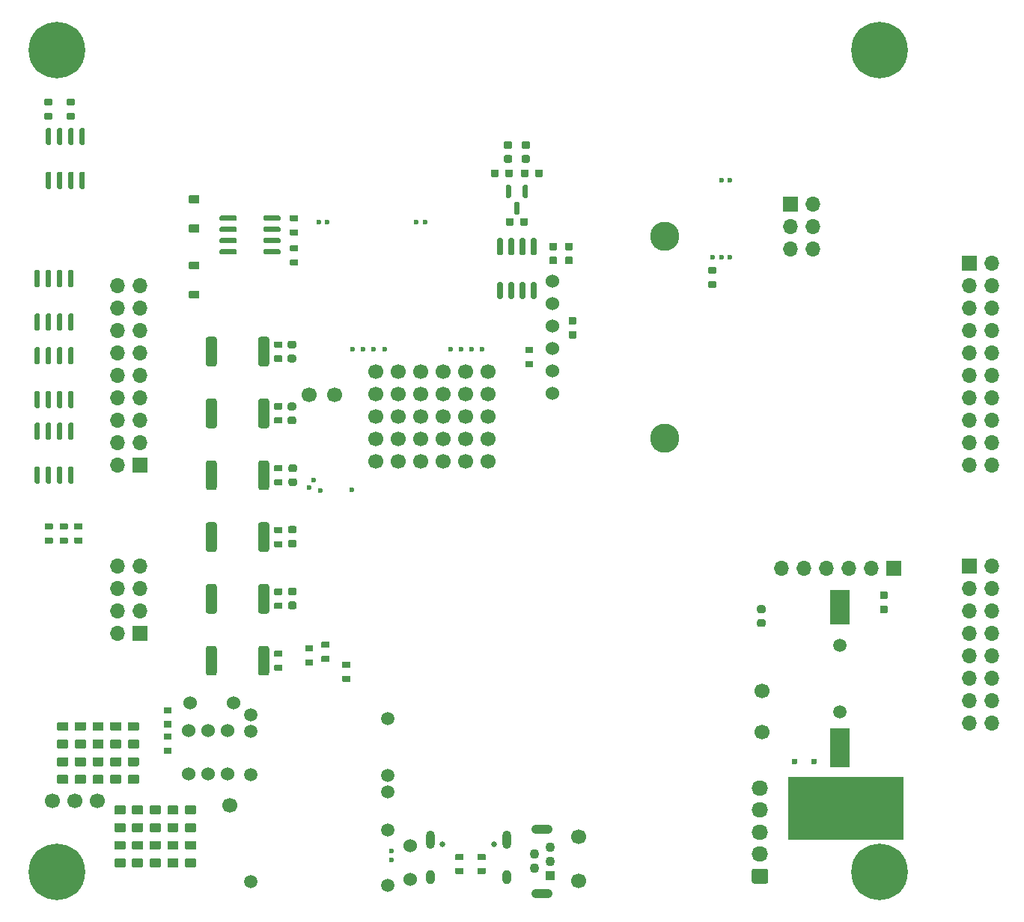
<source format=gbs>
G04 #@! TF.GenerationSoftware,KiCad,Pcbnew,8.0.5-8.0.5-0~ubuntu22.04.1*
G04 #@! TF.CreationDate,2024-10-08T11:15:23+00:00*
G04 #@! TF.ProjectId,uefi2,75656669-322e-46b6-9963-61645f706362,C*
G04 #@! TF.SameCoordinates,Original*
G04 #@! TF.FileFunction,Soldermask,Bot*
G04 #@! TF.FilePolarity,Negative*
%FSLAX46Y46*%
G04 Gerber Fmt 4.6, Leading zero omitted, Abs format (unit mm)*
G04 Created by KiCad (PCBNEW 8.0.5-8.0.5-0~ubuntu22.04.1) date 2024-10-08 11:15:23*
%MOMM*%
%LPD*%
G01*
G04 APERTURE LIST*
%ADD10C,0.120000*%
%ADD11C,1.700000*%
%ADD12R,1.700000X1.700000*%
%ADD13O,1.700000X1.700000*%
%ADD14C,0.800000*%
%ADD15C,6.400000*%
%ADD16C,1.524000*%
%ADD17O,1.850000X1.700000*%
%ADD18C,0.600000*%
%ADD19R,1.100000X1.100000*%
%ADD20C,1.100000*%
%ADD21O,2.400000X1.100000*%
%ADD22C,1.500000*%
%ADD23C,0.599999*%
%ADD24C,0.650000*%
%ADD25O,1.000000X2.100000*%
%ADD26O,1.000000X1.600000*%
%ADD27C,3.302000*%
%ADD28R,2.299995X4.399991*%
%ADD29R,2.299995X3.999992*%
G04 APERTURE END LIST*
D10*
G04 #@! TO.C,U5*
X99150000Y7225000D02*
X86150000Y7225000D01*
X86150000Y14225000D01*
X99150000Y14225000D01*
X99150000Y7225000D01*
G36*
X99150000Y7225000D02*
G01*
X86150000Y7225000D01*
X86150000Y14225000D01*
X99150000Y14225000D01*
X99150000Y7225000D01*
G37*
G04 #@! TD*
D11*
G04 #@! TO.C,P8*
X83200000Y19300000D03*
G04 #@! TD*
G04 #@! TO.C,P1*
X32000000Y57500000D03*
G04 #@! TD*
G04 #@! TO.C,P2*
X34900000Y57500000D03*
G04 #@! TD*
D12*
G04 #@! TO.C,J2*
X106718000Y72370000D03*
D13*
X109258000Y72370000D03*
X106718000Y69830000D03*
X109258000Y69830000D03*
X106718000Y67290000D03*
X109258000Y67290000D03*
X106718000Y64750000D03*
X109258000Y64750000D03*
X106718000Y62210000D03*
X109258000Y62210000D03*
X106718000Y59670000D03*
X109258000Y59670000D03*
X106718000Y57130000D03*
X109258000Y57130000D03*
X106718000Y54590000D03*
X109258000Y54590000D03*
X106718000Y52050000D03*
X109258000Y52050000D03*
X106718000Y49510000D03*
X109258000Y49510000D03*
G04 #@! TD*
D11*
G04 #@! TO.C,P15*
X5540000Y11500000D03*
G04 #@! TD*
D14*
G04 #@! TO.C,H1*
X1100000Y96500000D03*
X1802944Y98197056D03*
X1802944Y94802944D03*
X3500000Y98900000D03*
D15*
X3500000Y96500000D03*
D14*
X3500000Y94100000D03*
X5197056Y98197056D03*
X5197056Y94802944D03*
X5900000Y96500000D03*
G04 #@! TD*
G04 #@! TO.C,H4*
X94100000Y96500000D03*
X94802944Y98197056D03*
X94802944Y94802944D03*
X96500000Y98900000D03*
D15*
X96500000Y96500000D03*
D14*
X96500000Y94100000D03*
X98197056Y98197056D03*
X98197056Y94802944D03*
X98900000Y96500000D03*
G04 #@! TD*
D16*
G04 #@! TO.C,F4*
X18400000Y19450000D03*
X18400000Y14550000D03*
G04 #@! TD*
G04 #@! TO.C,J7*
G36*
G01*
X83675000Y2150000D02*
X82325000Y2150000D01*
G75*
G02*
X82075000Y2400000I0J250000D01*
G01*
X82075000Y3600000D01*
G75*
G02*
X82325000Y3850000I250000J0D01*
G01*
X83675000Y3850000D01*
G75*
G02*
X83925000Y3600000I0J-250000D01*
G01*
X83925000Y2400000D01*
G75*
G02*
X83675000Y2150000I-250000J0D01*
G01*
G37*
D17*
X83000000Y5500000D03*
X83000000Y8000000D03*
X83000000Y10500000D03*
X83000000Y13000000D03*
G04 #@! TD*
D11*
G04 #@! TO.C,P4*
X62500000Y7500000D03*
G04 #@! TD*
D14*
G04 #@! TO.C,H2*
X1100000Y3500000D03*
X1802944Y5197056D03*
X1802944Y1802944D03*
X3500000Y5900000D03*
D15*
X3500000Y3500000D03*
D14*
X3500000Y1100000D03*
X5197056Y5197056D03*
X5197056Y1802944D03*
X5900000Y3500000D03*
G04 #@! TD*
D18*
G04 #@! TO.C,M3*
X49175000Y62675000D03*
X47975000Y62675000D03*
X50375000Y62675000D03*
X51575000Y62675000D03*
X45115000Y77100000D03*
X44115000Y77100000D03*
G04 #@! TD*
D11*
G04 #@! TO.C,P17*
X3000000Y11500000D03*
G04 #@! TD*
D19*
G04 #@! TO.C,J8*
X59250000Y3100000D03*
D20*
X57500000Y3900000D03*
X59250000Y4700000D03*
X57500000Y5500000D03*
X59250000Y6300000D03*
D21*
X58375000Y1050000D03*
X58375000Y8350000D03*
G04 #@! TD*
D16*
G04 #@! TO.C,F3*
X20600000Y19450000D03*
X20600000Y14550000D03*
G04 #@! TD*
D18*
G04 #@! TO.C,M2*
X79574999Y73125000D03*
X78624999Y73125000D03*
X77675001Y73125000D03*
X78674999Y81825000D03*
X79574999Y81825000D03*
G04 #@! TD*
D11*
G04 #@! TO.C,P18*
X23000000Y11000000D03*
G04 #@! TD*
D22*
G04 #@! TO.C,M1*
X40874995Y20824999D03*
X40874995Y14425002D03*
X40874995Y12524999D03*
X40874995Y8224999D03*
D18*
X41324994Y5825002D03*
X41324994Y4825001D03*
D22*
X40874995Y1974999D03*
X25374998Y21275001D03*
X25374998Y19425002D03*
X25374998Y14474999D03*
X25374998Y2425001D03*
G04 #@! TD*
D12*
G04 #@! TO.C,J3*
X86448800Y79101000D03*
D13*
X88988800Y79101000D03*
X86448800Y76561000D03*
X88988800Y76561000D03*
X86448800Y74021000D03*
X88988800Y74021000D03*
G04 #@! TD*
D23*
G04 #@! TO.C,M7*
X31999999Y46975001D03*
X32524999Y47850003D03*
X33274997Y46674999D03*
X36824998Y46750002D03*
G04 #@! TD*
D16*
G04 #@! TO.C,F1*
X22800000Y19450000D03*
X22800000Y14550000D03*
G04 #@! TD*
D11*
G04 #@! TO.C,G3*
X39500000Y49960000D03*
X39500000Y52500000D03*
X39500000Y55040000D03*
X39500000Y57580000D03*
X39500000Y60120000D03*
X42040000Y49960000D03*
X42040000Y52500000D03*
X42040000Y55040000D03*
X42040000Y57580000D03*
X42040000Y60120000D03*
X44580000Y49960000D03*
X44580000Y52500000D03*
X44580000Y55040000D03*
X44580000Y57580000D03*
X44580000Y60120000D03*
G04 #@! TD*
G04 #@! TO.C,P3*
X62500000Y2500000D03*
G04 #@! TD*
D16*
G04 #@! TO.C,R4*
X43474609Y6474609D03*
X43474609Y2664609D03*
G04 #@! TD*
D12*
G04 #@! TO.C,J4*
X12865000Y30460000D03*
D13*
X10325000Y30460000D03*
X12865000Y33000000D03*
X10325000Y33000000D03*
X12865000Y35540000D03*
X10325000Y35540000D03*
X12865000Y38080000D03*
X10325000Y38080000D03*
G04 #@! TD*
D11*
G04 #@! TO.C,P7*
X83200000Y24000000D03*
G04 #@! TD*
D12*
G04 #@! TO.C,J5*
X12865000Y49510000D03*
D13*
X10325000Y49510000D03*
X12865000Y52050000D03*
X10325000Y52050000D03*
X12865000Y54590000D03*
X10325000Y54590000D03*
X12865000Y57130000D03*
X10325000Y57130000D03*
X12865000Y59670000D03*
X10325000Y59670000D03*
X12865000Y62210000D03*
X10325000Y62210000D03*
X12865000Y64750000D03*
X10325000Y64750000D03*
X12865000Y67290000D03*
X10325000Y67290000D03*
X12865000Y69830000D03*
X10325000Y69830000D03*
G04 #@! TD*
D24*
G04 #@! TO.C,J9*
X47110000Y6605000D03*
X52890000Y6605000D03*
D25*
X45680000Y7105000D03*
D26*
X45680000Y2925000D03*
D25*
X54320000Y7105000D03*
D26*
X54320000Y2925000D03*
G04 #@! TD*
D12*
G04 #@! TO.C,J10*
X106718000Y38080000D03*
D13*
X109258000Y38080000D03*
X106718000Y35540000D03*
X109258000Y35540000D03*
X106718000Y33000000D03*
X109258000Y33000000D03*
X106718000Y30460000D03*
X109258000Y30460000D03*
X106718000Y27920000D03*
X109258000Y27920000D03*
X106718000Y25380000D03*
X109258000Y25380000D03*
X106718000Y22840000D03*
X109258000Y22840000D03*
X106718000Y20300000D03*
X109258000Y20300000D03*
G04 #@! TD*
D14*
G04 #@! TO.C,H3*
X94100000Y3500000D03*
X94802944Y5197056D03*
X94802944Y1802944D03*
X96500000Y5900000D03*
D15*
X96500000Y3500000D03*
D14*
X96500000Y1100000D03*
X98197056Y5197056D03*
X98197056Y1802944D03*
X98900000Y3500000D03*
G04 #@! TD*
D18*
G04 #@! TO.C,M4*
X38125000Y62675000D03*
X36925000Y62675000D03*
X39325000Y62675000D03*
X40525000Y62675000D03*
X34065000Y77100000D03*
X33065000Y77100000D03*
G04 #@! TD*
D16*
G04 #@! TO.C,F2*
X18550000Y22600000D03*
X23450000Y22600000D03*
G04 #@! TD*
D12*
G04 #@! TO.C,J6*
X98150000Y37900000D03*
D13*
X95610000Y37900000D03*
X93070000Y37900000D03*
X90530000Y37900000D03*
X87990000Y37900000D03*
X85450000Y37900000D03*
G04 #@! TD*
D27*
G04 #@! TO.C,U3*
X72203250Y75430000D03*
X72203250Y52570000D03*
D16*
X59503250Y70350000D03*
X59503250Y67810000D03*
X59503250Y65270000D03*
X59503250Y62730000D03*
X59503250Y60190000D03*
X59503250Y57650000D03*
G04 #@! TD*
D11*
G04 #@! TO.C,P16*
X8080000Y11500000D03*
G04 #@! TD*
G04 #@! TO.C,G4*
X47120000Y49960000D03*
X47120000Y52500000D03*
X47120000Y55040000D03*
X47120000Y57580000D03*
X47120000Y60120000D03*
X49660000Y49960000D03*
X49660000Y52500000D03*
X49660000Y55040000D03*
X49660000Y57580000D03*
X49660000Y60120000D03*
X52200000Y49960000D03*
X52200000Y52500000D03*
X52200000Y55040000D03*
X52200000Y57580000D03*
X52200000Y60120000D03*
G04 #@! TD*
G04 #@! TO.C,D8*
G36*
G01*
X54400000Y81257023D02*
X54700000Y81257023D01*
G75*
G02*
X54850000Y81107023I0J-150000D01*
G01*
X54850000Y79932023D01*
G75*
G02*
X54700000Y79782023I-150000J0D01*
G01*
X54400000Y79782023D01*
G75*
G02*
X54250000Y79932023I0J150000D01*
G01*
X54250000Y81107023D01*
G75*
G02*
X54400000Y81257023I150000J0D01*
G01*
G37*
G36*
G01*
X56300000Y81257023D02*
X56600000Y81257023D01*
G75*
G02*
X56750000Y81107023I0J-150000D01*
G01*
X56750000Y79932023D01*
G75*
G02*
X56600000Y79782023I-150000J0D01*
G01*
X56300000Y79782023D01*
G75*
G02*
X56150000Y79932023I0J150000D01*
G01*
X56150000Y81107023D01*
G75*
G02*
X56300000Y81257023I150000J0D01*
G01*
G37*
G36*
G01*
X55350000Y79382023D02*
X55650000Y79382023D01*
G75*
G02*
X55800000Y79232023I0J-150000D01*
G01*
X55800000Y78057023D01*
G75*
G02*
X55650000Y77907023I-150000J0D01*
G01*
X55350000Y77907023D01*
G75*
G02*
X55200000Y78057023I0J150000D01*
G01*
X55200000Y79232023D01*
G75*
G02*
X55350000Y79382023I150000J0D01*
G01*
G37*
G04 #@! TD*
G04 #@! TO.C,C10*
G36*
G01*
X12650000Y13460000D02*
X11600000Y13460000D01*
G75*
G02*
X11500000Y13560000I0J100000D01*
G01*
X11500000Y14360000D01*
G75*
G02*
X11600000Y14460000I100000J0D01*
G01*
X12650000Y14460000D01*
G75*
G02*
X12750000Y14360000I0J-100000D01*
G01*
X12750000Y13560000D01*
G75*
G02*
X12650000Y13460000I-100000J0D01*
G01*
G37*
G36*
G01*
X12650000Y15460000D02*
X11600000Y15460000D01*
G75*
G02*
X11500000Y15560000I0J100000D01*
G01*
X11500000Y16360000D01*
G75*
G02*
X11600000Y16460000I100000J0D01*
G01*
X12650000Y16460000D01*
G75*
G02*
X12750000Y16360000I0J-100000D01*
G01*
X12750000Y15560000D01*
G75*
G02*
X12650000Y15460000I-100000J0D01*
G01*
G37*
G04 #@! TD*
G04 #@! TO.C,C27*
G36*
G01*
X61460000Y66315001D02*
X62140000Y66315001D01*
G75*
G02*
X62225000Y66230001I0J-85000D01*
G01*
X62225000Y65550001D01*
G75*
G02*
X62140000Y65465001I-85000J0D01*
G01*
X61460000Y65465001D01*
G75*
G02*
X61375000Y65550001I0J85000D01*
G01*
X61375000Y66230001D01*
G75*
G02*
X61460000Y66315001I85000J0D01*
G01*
G37*
G36*
G01*
X61460000Y64734999D02*
X62140000Y64734999D01*
G75*
G02*
X62225000Y64649999I0J-85000D01*
G01*
X62225000Y63969999D01*
G75*
G02*
X62140000Y63884999I-85000J0D01*
G01*
X61460000Y63884999D01*
G75*
G02*
X61375000Y63969999I0J85000D01*
G01*
X61375000Y64649999D01*
G75*
G02*
X61460000Y64734999I85000J0D01*
G01*
G37*
G04 #@! TD*
G04 #@! TO.C,D4*
G36*
G01*
X19510000Y75900000D02*
X18490000Y75900000D01*
G75*
G02*
X18400000Y75990000I0J90000D01*
G01*
X18400000Y76710000D01*
G75*
G02*
X18490000Y76800000I90000J0D01*
G01*
X19510000Y76800000D01*
G75*
G02*
X19600000Y76710000I0J-90000D01*
G01*
X19600000Y75990000D01*
G75*
G02*
X19510000Y75900000I-90000J0D01*
G01*
G37*
G36*
G01*
X19510000Y79200000D02*
X18490000Y79200000D01*
G75*
G02*
X18400000Y79290000I0J90000D01*
G01*
X18400000Y80010000D01*
G75*
G02*
X18490000Y80100000I90000J0D01*
G01*
X19510000Y80100000D01*
G75*
G02*
X19600000Y80010000I0J-90000D01*
G01*
X19600000Y79290000D01*
G75*
G02*
X19510000Y79200000I-90000J0D01*
G01*
G37*
G04 #@! TD*
D22*
G04 #@! TO.C,BT1*
X92000000Y21600142D03*
X92000000Y29100000D03*
D28*
X92000000Y17500048D03*
D29*
X92000000Y33500067D03*
G04 #@! TD*
G04 #@! TO.C,U10*
G36*
G01*
X1095000Y62900000D02*
X1395000Y62900000D01*
G75*
G02*
X1545000Y62750000I0J-150000D01*
G01*
X1545000Y61100000D01*
G75*
G02*
X1395000Y60950000I-150000J0D01*
G01*
X1095000Y60950000D01*
G75*
G02*
X945000Y61100000I0J150000D01*
G01*
X945000Y62750000D01*
G75*
G02*
X1095000Y62900000I150000J0D01*
G01*
G37*
G36*
G01*
X2365000Y62900000D02*
X2665000Y62900000D01*
G75*
G02*
X2815000Y62750000I0J-150000D01*
G01*
X2815000Y61100000D01*
G75*
G02*
X2665000Y60950000I-150000J0D01*
G01*
X2365000Y60950000D01*
G75*
G02*
X2215000Y61100000I0J150000D01*
G01*
X2215000Y62750000D01*
G75*
G02*
X2365000Y62900000I150000J0D01*
G01*
G37*
G36*
G01*
X3635000Y62900000D02*
X3935000Y62900000D01*
G75*
G02*
X4085000Y62750000I0J-150000D01*
G01*
X4085000Y61100000D01*
G75*
G02*
X3935000Y60950000I-150000J0D01*
G01*
X3635000Y60950000D01*
G75*
G02*
X3485000Y61100000I0J150000D01*
G01*
X3485000Y62750000D01*
G75*
G02*
X3635000Y62900000I150000J0D01*
G01*
G37*
G36*
G01*
X4905000Y62900000D02*
X5205000Y62900000D01*
G75*
G02*
X5355000Y62750000I0J-150000D01*
G01*
X5355000Y61100000D01*
G75*
G02*
X5205000Y60950000I-150000J0D01*
G01*
X4905000Y60950000D01*
G75*
G02*
X4755000Y61100000I0J150000D01*
G01*
X4755000Y62750000D01*
G75*
G02*
X4905000Y62900000I150000J0D01*
G01*
G37*
G36*
G01*
X4905000Y57950000D02*
X5205000Y57950000D01*
G75*
G02*
X5355000Y57800000I0J-150000D01*
G01*
X5355000Y56150000D01*
G75*
G02*
X5205000Y56000000I-150000J0D01*
G01*
X4905000Y56000000D01*
G75*
G02*
X4755000Y56150000I0J150000D01*
G01*
X4755000Y57800000D01*
G75*
G02*
X4905000Y57950000I150000J0D01*
G01*
G37*
G36*
G01*
X3635000Y57950000D02*
X3935000Y57950000D01*
G75*
G02*
X4085000Y57800000I0J-150000D01*
G01*
X4085000Y56150000D01*
G75*
G02*
X3935000Y56000000I-150000J0D01*
G01*
X3635000Y56000000D01*
G75*
G02*
X3485000Y56150000I0J150000D01*
G01*
X3485000Y57800000D01*
G75*
G02*
X3635000Y57950000I150000J0D01*
G01*
G37*
G36*
G01*
X2365000Y57950000D02*
X2665000Y57950000D01*
G75*
G02*
X2815000Y57800000I0J-150000D01*
G01*
X2815000Y56150000D01*
G75*
G02*
X2665000Y56000000I-150000J0D01*
G01*
X2365000Y56000000D01*
G75*
G02*
X2215000Y56150000I0J150000D01*
G01*
X2215000Y57800000D01*
G75*
G02*
X2365000Y57950000I150000J0D01*
G01*
G37*
G36*
G01*
X1095000Y57950000D02*
X1395000Y57950000D01*
G75*
G02*
X1545000Y57800000I0J-150000D01*
G01*
X1545000Y56150000D01*
G75*
G02*
X1395000Y56000000I-150000J0D01*
G01*
X1095000Y56000000D01*
G75*
G02*
X945000Y56150000I0J150000D01*
G01*
X945000Y57800000D01*
G75*
G02*
X1095000Y57950000I150000J0D01*
G01*
G37*
G04 #@! TD*
G04 #@! TO.C,R31*
G36*
G01*
X2940000Y40650000D02*
X2160000Y40650000D01*
G75*
G02*
X2090000Y40720000I0J70000D01*
G01*
X2090000Y41280000D01*
G75*
G02*
X2160000Y41350000I70000J0D01*
G01*
X2940000Y41350000D01*
G75*
G02*
X3010000Y41280000I0J-70000D01*
G01*
X3010000Y40720000D01*
G75*
G02*
X2940000Y40650000I-70000J0D01*
G01*
G37*
G36*
G01*
X2940000Y42250000D02*
X2160000Y42250000D01*
G75*
G02*
X2090000Y42320000I0J70000D01*
G01*
X2090000Y42880000D01*
G75*
G02*
X2160000Y42950000I70000J0D01*
G01*
X2940000Y42950000D01*
G75*
G02*
X3010000Y42880000I0J-70000D01*
G01*
X3010000Y42320000D01*
G75*
G02*
X2940000Y42250000I-70000J0D01*
G01*
G37*
G04 #@! TD*
G04 #@! TO.C,C30*
G36*
G01*
X58405002Y82940000D02*
X58405002Y82260000D01*
G75*
G02*
X58320002Y82175000I-85000J0D01*
G01*
X57640002Y82175000D01*
G75*
G02*
X57555002Y82260000I0J85000D01*
G01*
X57555002Y82940000D01*
G75*
G02*
X57640002Y83025000I85000J0D01*
G01*
X58320002Y83025000D01*
G75*
G02*
X58405002Y82940000I0J-85000D01*
G01*
G37*
G36*
G01*
X56825000Y82940000D02*
X56825000Y82260000D01*
G75*
G02*
X56740000Y82175000I-85000J0D01*
G01*
X56060000Y82175000D01*
G75*
G02*
X55975000Y82260000I0J85000D01*
G01*
X55975000Y82940000D01*
G75*
G02*
X56060000Y83025000I85000J0D01*
G01*
X56740000Y83025000D01*
G75*
G02*
X56825000Y82940000I0J-85000D01*
G01*
G37*
G04 #@! TD*
G04 #@! TO.C,C7*
G36*
G01*
X6650000Y13460000D02*
X5600000Y13460000D01*
G75*
G02*
X5500000Y13560000I0J100000D01*
G01*
X5500000Y14360000D01*
G75*
G02*
X5600000Y14460000I100000J0D01*
G01*
X6650000Y14460000D01*
G75*
G02*
X6750000Y14360000I0J-100000D01*
G01*
X6750000Y13560000D01*
G75*
G02*
X6650000Y13460000I-100000J0D01*
G01*
G37*
G36*
G01*
X6650000Y15460000D02*
X5600000Y15460000D01*
G75*
G02*
X5500000Y15560000I0J100000D01*
G01*
X5500000Y16360000D01*
G75*
G02*
X5600000Y16460000I100000J0D01*
G01*
X6650000Y16460000D01*
G75*
G02*
X6750000Y16360000I0J-100000D01*
G01*
X6750000Y15560000D01*
G75*
G02*
X6650000Y15460000I-100000J0D01*
G01*
G37*
G04 #@! TD*
G04 #@! TO.C,C33*
G36*
G01*
X96660000Y35215001D02*
X97340000Y35215001D01*
G75*
G02*
X97425000Y35130001I0J-85000D01*
G01*
X97425000Y34450001D01*
G75*
G02*
X97340000Y34365001I-85000J0D01*
G01*
X96660000Y34365001D01*
G75*
G02*
X96575000Y34450001I0J85000D01*
G01*
X96575000Y35130001D01*
G75*
G02*
X96660000Y35215001I85000J0D01*
G01*
G37*
G36*
G01*
X96660000Y33634999D02*
X97340000Y33634999D01*
G75*
G02*
X97425000Y33549999I0J-85000D01*
G01*
X97425000Y32869999D01*
G75*
G02*
X97340000Y32784999I-85000J0D01*
G01*
X96660000Y32784999D01*
G75*
G02*
X96575000Y32869999I0J85000D01*
G01*
X96575000Y33549999D01*
G75*
G02*
X96660000Y33634999I85000J0D01*
G01*
G37*
G04 #@! TD*
G04 #@! TO.C,C29*
G36*
G01*
X54284999Y76742023D02*
X54284999Y77422023D01*
G75*
G02*
X54369999Y77507023I85000J0D01*
G01*
X55049999Y77507023D01*
G75*
G02*
X55134999Y77422023I0J-85000D01*
G01*
X55134999Y76742023D01*
G75*
G02*
X55049999Y76657023I-85000J0D01*
G01*
X54369999Y76657023D01*
G75*
G02*
X54284999Y76742023I0J85000D01*
G01*
G37*
G36*
G01*
X55865001Y76742023D02*
X55865001Y77422023D01*
G75*
G02*
X55950001Y77507023I85000J0D01*
G01*
X56630001Y77507023D01*
G75*
G02*
X56715001Y77422023I0J-85000D01*
G01*
X56715001Y76742023D01*
G75*
G02*
X56630001Y76657023I-85000J0D01*
G01*
X55950001Y76657023D01*
G75*
G02*
X55865001Y76742023I0J85000D01*
G01*
G37*
G04 #@! TD*
G04 #@! TO.C,R34*
G36*
G01*
X6290000Y40650000D02*
X5510000Y40650000D01*
G75*
G02*
X5440000Y40720000I0J70000D01*
G01*
X5440000Y41280000D01*
G75*
G02*
X5510000Y41350000I70000J0D01*
G01*
X6290000Y41350000D01*
G75*
G02*
X6360000Y41280000I0J-70000D01*
G01*
X6360000Y40720000D01*
G75*
G02*
X6290000Y40650000I-70000J0D01*
G01*
G37*
G36*
G01*
X6290000Y42250000D02*
X5510000Y42250000D01*
G75*
G02*
X5440000Y42320000I0J70000D01*
G01*
X5440000Y42880000D01*
G75*
G02*
X5510000Y42950000I70000J0D01*
G01*
X6290000Y42950000D01*
G75*
G02*
X6360000Y42880000I0J-70000D01*
G01*
X6360000Y42320000D01*
G75*
G02*
X6290000Y42250000I-70000J0D01*
G01*
G37*
G04 #@! TD*
G04 #@! TO.C,C17*
G36*
G01*
X16075000Y11000000D02*
X17125000Y11000000D01*
G75*
G02*
X17225000Y10900000I0J-100000D01*
G01*
X17225000Y10100000D01*
G75*
G02*
X17125000Y10000000I-100000J0D01*
G01*
X16075000Y10000000D01*
G75*
G02*
X15975000Y10100000I0J100000D01*
G01*
X15975000Y10900000D01*
G75*
G02*
X16075000Y11000000I100000J0D01*
G01*
G37*
G36*
G01*
X16075000Y9000000D02*
X17125000Y9000000D01*
G75*
G02*
X17225000Y8900000I0J-100000D01*
G01*
X17225000Y8100000D01*
G75*
G02*
X17125000Y8000000I-100000J0D01*
G01*
X16075000Y8000000D01*
G75*
G02*
X15975000Y8100000I0J100000D01*
G01*
X15975000Y8900000D01*
G75*
G02*
X16075000Y9000000I100000J0D01*
G01*
G37*
G04 #@! TD*
G04 #@! TO.C,R20*
G36*
G01*
X27475000Y63825000D02*
X27475000Y60975000D01*
G75*
G02*
X27225000Y60725000I-250000J0D01*
G01*
X26500000Y60725000D01*
G75*
G02*
X26250000Y60975000I0J250000D01*
G01*
X26250000Y63825000D01*
G75*
G02*
X26500000Y64075000I250000J0D01*
G01*
X27225000Y64075000D01*
G75*
G02*
X27475000Y63825000I0J-250000D01*
G01*
G37*
G36*
G01*
X21550000Y63825000D02*
X21550000Y60975000D01*
G75*
G02*
X21300000Y60725000I-250000J0D01*
G01*
X20575000Y60725000D01*
G75*
G02*
X20325000Y60975000I0J250000D01*
G01*
X20325000Y63825000D01*
G75*
G02*
X20575000Y64075000I250000J0D01*
G01*
X21300000Y64075000D01*
G75*
G02*
X21550000Y63825000I0J-250000D01*
G01*
G37*
G04 #@! TD*
G04 #@! TO.C,C3*
G36*
G01*
X7600000Y20460000D02*
X8650000Y20460000D01*
G75*
G02*
X8750000Y20360000I0J-100000D01*
G01*
X8750000Y19560000D01*
G75*
G02*
X8650000Y19460000I-100000J0D01*
G01*
X7600000Y19460000D01*
G75*
G02*
X7500000Y19560000I0J100000D01*
G01*
X7500000Y20360000D01*
G75*
G02*
X7600000Y20460000I100000J0D01*
G01*
G37*
G36*
G01*
X7600000Y18460000D02*
X8650000Y18460000D01*
G75*
G02*
X8750000Y18360000I0J-100000D01*
G01*
X8750000Y17560000D01*
G75*
G02*
X8650000Y17460000I-100000J0D01*
G01*
X7600000Y17460000D01*
G75*
G02*
X7500000Y17560000I0J100000D01*
G01*
X7500000Y18360000D01*
G75*
G02*
X7600000Y18460000I100000J0D01*
G01*
G37*
G04 #@! TD*
G04 #@! TO.C,C23*
G36*
G01*
X19125000Y4000000D02*
X18075000Y4000000D01*
G75*
G02*
X17975000Y4100000I0J100000D01*
G01*
X17975000Y4900000D01*
G75*
G02*
X18075000Y5000000I100000J0D01*
G01*
X19125000Y5000000D01*
G75*
G02*
X19225000Y4900000I0J-100000D01*
G01*
X19225000Y4100000D01*
G75*
G02*
X19125000Y4000000I-100000J0D01*
G01*
G37*
G36*
G01*
X19125000Y6000000D02*
X18075000Y6000000D01*
G75*
G02*
X17975000Y6100000I0J100000D01*
G01*
X17975000Y6900000D01*
G75*
G02*
X18075000Y7000000I100000J0D01*
G01*
X19125000Y7000000D01*
G75*
G02*
X19225000Y6900000I0J-100000D01*
G01*
X19225000Y6100000D01*
G75*
G02*
X19125000Y6000000I-100000J0D01*
G01*
G37*
G04 #@! TD*
G04 #@! TO.C,U4*
G36*
G01*
X53445000Y75250000D02*
X53745000Y75250000D01*
G75*
G02*
X53895000Y75100000I0J-150000D01*
G01*
X53895000Y73450000D01*
G75*
G02*
X53745000Y73300000I-150000J0D01*
G01*
X53445000Y73300000D01*
G75*
G02*
X53295000Y73450000I0J150000D01*
G01*
X53295000Y75100000D01*
G75*
G02*
X53445000Y75250000I150000J0D01*
G01*
G37*
G36*
G01*
X54715000Y75250000D02*
X55015000Y75250000D01*
G75*
G02*
X55165000Y75100000I0J-150000D01*
G01*
X55165000Y73450000D01*
G75*
G02*
X55015000Y73300000I-150000J0D01*
G01*
X54715000Y73300000D01*
G75*
G02*
X54565000Y73450000I0J150000D01*
G01*
X54565000Y75100000D01*
G75*
G02*
X54715000Y75250000I150000J0D01*
G01*
G37*
G36*
G01*
X55985000Y75250000D02*
X56285000Y75250000D01*
G75*
G02*
X56435000Y75100000I0J-150000D01*
G01*
X56435000Y73450000D01*
G75*
G02*
X56285000Y73300000I-150000J0D01*
G01*
X55985000Y73300000D01*
G75*
G02*
X55835000Y73450000I0J150000D01*
G01*
X55835000Y75100000D01*
G75*
G02*
X55985000Y75250000I150000J0D01*
G01*
G37*
G36*
G01*
X57255000Y75250000D02*
X57555000Y75250000D01*
G75*
G02*
X57705000Y75100000I0J-150000D01*
G01*
X57705000Y73450000D01*
G75*
G02*
X57555000Y73300000I-150000J0D01*
G01*
X57255000Y73300000D01*
G75*
G02*
X57105000Y73450000I0J150000D01*
G01*
X57105000Y75100000D01*
G75*
G02*
X57255000Y75250000I150000J0D01*
G01*
G37*
G36*
G01*
X57255000Y70300000D02*
X57555000Y70300000D01*
G75*
G02*
X57705000Y70150000I0J-150000D01*
G01*
X57705000Y68500000D01*
G75*
G02*
X57555000Y68350000I-150000J0D01*
G01*
X57255000Y68350000D01*
G75*
G02*
X57105000Y68500000I0J150000D01*
G01*
X57105000Y70150000D01*
G75*
G02*
X57255000Y70300000I150000J0D01*
G01*
G37*
G36*
G01*
X55985000Y70300000D02*
X56285000Y70300000D01*
G75*
G02*
X56435000Y70150000I0J-150000D01*
G01*
X56435000Y68500000D01*
G75*
G02*
X56285000Y68350000I-150000J0D01*
G01*
X55985000Y68350000D01*
G75*
G02*
X55835000Y68500000I0J150000D01*
G01*
X55835000Y70150000D01*
G75*
G02*
X55985000Y70300000I150000J0D01*
G01*
G37*
G36*
G01*
X54715000Y70300000D02*
X55015000Y70300000D01*
G75*
G02*
X55165000Y70150000I0J-150000D01*
G01*
X55165000Y68500000D01*
G75*
G02*
X55015000Y68350000I-150000J0D01*
G01*
X54715000Y68350000D01*
G75*
G02*
X54565000Y68500000I0J150000D01*
G01*
X54565000Y70150000D01*
G75*
G02*
X54715000Y70300000I150000J0D01*
G01*
G37*
G36*
G01*
X53445000Y70300000D02*
X53745000Y70300000D01*
G75*
G02*
X53895000Y70150000I0J-150000D01*
G01*
X53895000Y68500000D01*
G75*
G02*
X53745000Y68350000I-150000J0D01*
G01*
X53445000Y68350000D01*
G75*
G02*
X53295000Y68500000I0J150000D01*
G01*
X53295000Y70150000D01*
G75*
G02*
X53445000Y70300000I150000J0D01*
G01*
G37*
G04 #@! TD*
G04 #@! TO.C,C1*
G36*
G01*
X3600000Y20460000D02*
X4650000Y20460000D01*
G75*
G02*
X4750000Y20360000I0J-100000D01*
G01*
X4750000Y19560000D01*
G75*
G02*
X4650000Y19460000I-100000J0D01*
G01*
X3600000Y19460000D01*
G75*
G02*
X3500000Y19560000I0J100000D01*
G01*
X3500000Y20360000D01*
G75*
G02*
X3600000Y20460000I100000J0D01*
G01*
G37*
G36*
G01*
X3600000Y18460000D02*
X4650000Y18460000D01*
G75*
G02*
X4750000Y18360000I0J-100000D01*
G01*
X4750000Y17560000D01*
G75*
G02*
X4650000Y17460000I-100000J0D01*
G01*
X3600000Y17460000D01*
G75*
G02*
X3500000Y17560000I0J100000D01*
G01*
X3500000Y18360000D01*
G75*
G02*
X3600000Y18460000I100000J0D01*
G01*
G37*
G04 #@! TD*
G04 #@! TO.C,R26*
G36*
G01*
X27475000Y42825000D02*
X27475000Y39975000D01*
G75*
G02*
X27225000Y39725000I-250000J0D01*
G01*
X26500000Y39725000D01*
G75*
G02*
X26250000Y39975000I0J250000D01*
G01*
X26250000Y42825000D01*
G75*
G02*
X26500000Y43075000I250000J0D01*
G01*
X27225000Y43075000D01*
G75*
G02*
X27475000Y42825000I0J-250000D01*
G01*
G37*
G36*
G01*
X21550000Y42825000D02*
X21550000Y39975000D01*
G75*
G02*
X21300000Y39725000I-250000J0D01*
G01*
X20575000Y39725000D01*
G75*
G02*
X20325000Y39975000I0J250000D01*
G01*
X20325000Y42825000D01*
G75*
G02*
X20575000Y43075000I250000J0D01*
G01*
X21300000Y43075000D01*
G75*
G02*
X21550000Y42825000I0J-250000D01*
G01*
G37*
G04 #@! TD*
G04 #@! TO.C,U11*
G36*
G01*
X1095000Y54350000D02*
X1395000Y54350000D01*
G75*
G02*
X1545000Y54200000I0J-150000D01*
G01*
X1545000Y52550000D01*
G75*
G02*
X1395000Y52400000I-150000J0D01*
G01*
X1095000Y52400000D01*
G75*
G02*
X945000Y52550000I0J150000D01*
G01*
X945000Y54200000D01*
G75*
G02*
X1095000Y54350000I150000J0D01*
G01*
G37*
G36*
G01*
X2365000Y54350000D02*
X2665000Y54350000D01*
G75*
G02*
X2815000Y54200000I0J-150000D01*
G01*
X2815000Y52550000D01*
G75*
G02*
X2665000Y52400000I-150000J0D01*
G01*
X2365000Y52400000D01*
G75*
G02*
X2215000Y52550000I0J150000D01*
G01*
X2215000Y54200000D01*
G75*
G02*
X2365000Y54350000I150000J0D01*
G01*
G37*
G36*
G01*
X3635000Y54350000D02*
X3935000Y54350000D01*
G75*
G02*
X4085000Y54200000I0J-150000D01*
G01*
X4085000Y52550000D01*
G75*
G02*
X3935000Y52400000I-150000J0D01*
G01*
X3635000Y52400000D01*
G75*
G02*
X3485000Y52550000I0J150000D01*
G01*
X3485000Y54200000D01*
G75*
G02*
X3635000Y54350000I150000J0D01*
G01*
G37*
G36*
G01*
X4905000Y54350000D02*
X5205000Y54350000D01*
G75*
G02*
X5355000Y54200000I0J-150000D01*
G01*
X5355000Y52550000D01*
G75*
G02*
X5205000Y52400000I-150000J0D01*
G01*
X4905000Y52400000D01*
G75*
G02*
X4755000Y52550000I0J150000D01*
G01*
X4755000Y54200000D01*
G75*
G02*
X4905000Y54350000I150000J0D01*
G01*
G37*
G36*
G01*
X4905000Y49400000D02*
X5205000Y49400000D01*
G75*
G02*
X5355000Y49250000I0J-150000D01*
G01*
X5355000Y47600000D01*
G75*
G02*
X5205000Y47450000I-150000J0D01*
G01*
X4905000Y47450000D01*
G75*
G02*
X4755000Y47600000I0J150000D01*
G01*
X4755000Y49250000D01*
G75*
G02*
X4905000Y49400000I150000J0D01*
G01*
G37*
G36*
G01*
X3635000Y49400000D02*
X3935000Y49400000D01*
G75*
G02*
X4085000Y49250000I0J-150000D01*
G01*
X4085000Y47600000D01*
G75*
G02*
X3935000Y47450000I-150000J0D01*
G01*
X3635000Y47450000D01*
G75*
G02*
X3485000Y47600000I0J150000D01*
G01*
X3485000Y49250000D01*
G75*
G02*
X3635000Y49400000I150000J0D01*
G01*
G37*
G36*
G01*
X2365000Y49400000D02*
X2665000Y49400000D01*
G75*
G02*
X2815000Y49250000I0J-150000D01*
G01*
X2815000Y47600000D01*
G75*
G02*
X2665000Y47450000I-150000J0D01*
G01*
X2365000Y47450000D01*
G75*
G02*
X2215000Y47600000I0J150000D01*
G01*
X2215000Y49250000D01*
G75*
G02*
X2365000Y49400000I150000J0D01*
G01*
G37*
G36*
G01*
X1095000Y49400000D02*
X1395000Y49400000D01*
G75*
G02*
X1545000Y49250000I0J-150000D01*
G01*
X1545000Y47600000D01*
G75*
G02*
X1395000Y47450000I-150000J0D01*
G01*
X1095000Y47450000D01*
G75*
G02*
X945000Y47600000I0J150000D01*
G01*
X945000Y49250000D01*
G75*
G02*
X1095000Y49400000I150000J0D01*
G01*
G37*
G04 #@! TD*
G04 #@! TO.C,C31*
G36*
G01*
X59940000Y72284999D02*
X59260000Y72284999D01*
G75*
G02*
X59175000Y72369999I0J85000D01*
G01*
X59175000Y73049999D01*
G75*
G02*
X59260000Y73134999I85000J0D01*
G01*
X59940000Y73134999D01*
G75*
G02*
X60025000Y73049999I0J-85000D01*
G01*
X60025000Y72369999D01*
G75*
G02*
X59940000Y72284999I-85000J0D01*
G01*
G37*
G36*
G01*
X59940000Y73865001D02*
X59260000Y73865001D01*
G75*
G02*
X59175000Y73950001I0J85000D01*
G01*
X59175000Y74630001D01*
G75*
G02*
X59260000Y74715001I85000J0D01*
G01*
X59940000Y74715001D01*
G75*
G02*
X60025000Y74630001I0J-85000D01*
G01*
X60025000Y73950001D01*
G75*
G02*
X59940000Y73865001I-85000J0D01*
G01*
G37*
G04 #@! TD*
G04 #@! TO.C,F9*
G36*
G01*
X29843750Y35675000D02*
X30356250Y35675000D01*
G75*
G02*
X30575000Y35456250I0J-218750D01*
G01*
X30575000Y35018750D01*
G75*
G02*
X30356250Y34800000I-218750J0D01*
G01*
X29843750Y34800000D01*
G75*
G02*
X29625000Y35018750I0J218750D01*
G01*
X29625000Y35456250D01*
G75*
G02*
X29843750Y35675000I218750J0D01*
G01*
G37*
G36*
G01*
X29843750Y34100000D02*
X30356250Y34100000D01*
G75*
G02*
X30575000Y33881250I0J-218750D01*
G01*
X30575000Y33443750D01*
G75*
G02*
X30356250Y33225000I-218750J0D01*
G01*
X29843750Y33225000D01*
G75*
G02*
X29625000Y33443750I0J218750D01*
G01*
X29625000Y33881250D01*
G75*
G02*
X29843750Y34100000I218750J0D01*
G01*
G37*
G04 #@! TD*
G04 #@! TO.C,C14*
G36*
G01*
X10075000Y11000000D02*
X11125000Y11000000D01*
G75*
G02*
X11225000Y10900000I0J-100000D01*
G01*
X11225000Y10100000D01*
G75*
G02*
X11125000Y10000000I-100000J0D01*
G01*
X10075000Y10000000D01*
G75*
G02*
X9975000Y10100000I0J100000D01*
G01*
X9975000Y10900000D01*
G75*
G02*
X10075000Y11000000I100000J0D01*
G01*
G37*
G36*
G01*
X10075000Y9000000D02*
X11125000Y9000000D01*
G75*
G02*
X11225000Y8900000I0J-100000D01*
G01*
X11225000Y8100000D01*
G75*
G02*
X11125000Y8000000I-100000J0D01*
G01*
X10075000Y8000000D01*
G75*
G02*
X9975000Y8100000I0J100000D01*
G01*
X9975000Y8900000D01*
G75*
G02*
X10075000Y9000000I100000J0D01*
G01*
G37*
G04 #@! TD*
G04 #@! TO.C,C19*
G36*
G01*
X11125000Y4000000D02*
X10075000Y4000000D01*
G75*
G02*
X9975000Y4100000I0J100000D01*
G01*
X9975000Y4900000D01*
G75*
G02*
X10075000Y5000000I100000J0D01*
G01*
X11125000Y5000000D01*
G75*
G02*
X11225000Y4900000I0J-100000D01*
G01*
X11225000Y4100000D01*
G75*
G02*
X11125000Y4000000I-100000J0D01*
G01*
G37*
G36*
G01*
X11125000Y6000000D02*
X10075000Y6000000D01*
G75*
G02*
X9975000Y6100000I0J100000D01*
G01*
X9975000Y6900000D01*
G75*
G02*
X10075000Y7000000I100000J0D01*
G01*
X11125000Y7000000D01*
G75*
G02*
X11225000Y6900000I0J-100000D01*
G01*
X11225000Y6100000D01*
G75*
G02*
X11125000Y6000000I-100000J0D01*
G01*
G37*
G04 #@! TD*
G04 #@! TO.C,F6*
G36*
G01*
X29793750Y63625000D02*
X30306250Y63625000D01*
G75*
G02*
X30525000Y63406250I0J-218750D01*
G01*
X30525000Y62968750D01*
G75*
G02*
X30306250Y62750000I-218750J0D01*
G01*
X29793750Y62750000D01*
G75*
G02*
X29575000Y62968750I0J218750D01*
G01*
X29575000Y63406250D01*
G75*
G02*
X29793750Y63625000I218750J0D01*
G01*
G37*
G36*
G01*
X29793750Y62050000D02*
X30306250Y62050000D01*
G75*
G02*
X30525000Y61831250I0J-218750D01*
G01*
X30525000Y61393750D01*
G75*
G02*
X30306250Y61175000I-218750J0D01*
G01*
X29793750Y61175000D01*
G75*
G02*
X29575000Y61393750I0J218750D01*
G01*
X29575000Y61831250D01*
G75*
G02*
X29793750Y62050000I218750J0D01*
G01*
G37*
G04 #@! TD*
G04 #@! TO.C,R27*
G36*
G01*
X27475000Y35825000D02*
X27475000Y32975000D01*
G75*
G02*
X27225000Y32725000I-250000J0D01*
G01*
X26500000Y32725000D01*
G75*
G02*
X26250000Y32975000I0J250000D01*
G01*
X26250000Y35825000D01*
G75*
G02*
X26500000Y36075000I250000J0D01*
G01*
X27225000Y36075000D01*
G75*
G02*
X27475000Y35825000I0J-250000D01*
G01*
G37*
G36*
G01*
X21550000Y35825000D02*
X21550000Y32975000D01*
G75*
G02*
X21300000Y32725000I-250000J0D01*
G01*
X20575000Y32725000D01*
G75*
G02*
X20325000Y32975000I0J250000D01*
G01*
X20325000Y35825000D01*
G75*
G02*
X20575000Y36075000I250000J0D01*
G01*
X21300000Y36075000D01*
G75*
G02*
X21550000Y35825000I0J-250000D01*
G01*
G37*
G04 #@! TD*
G04 #@! TO.C,R21*
G36*
G01*
X27475000Y56825000D02*
X27475000Y53975000D01*
G75*
G02*
X27225000Y53725000I-250000J0D01*
G01*
X26500000Y53725000D01*
G75*
G02*
X26250000Y53975000I0J250000D01*
G01*
X26250000Y56825000D01*
G75*
G02*
X26500000Y57075000I250000J0D01*
G01*
X27225000Y57075000D01*
G75*
G02*
X27475000Y56825000I0J-250000D01*
G01*
G37*
G36*
G01*
X21550000Y56825000D02*
X21550000Y53975000D01*
G75*
G02*
X21300000Y53725000I-250000J0D01*
G01*
X20575000Y53725000D01*
G75*
G02*
X20325000Y53975000I0J250000D01*
G01*
X20325000Y56825000D01*
G75*
G02*
X20575000Y57075000I250000J0D01*
G01*
X21300000Y57075000D01*
G75*
G02*
X21550000Y56825000I0J-250000D01*
G01*
G37*
G04 #@! TD*
G04 #@! TO.C,C4*
G36*
G01*
X9600000Y20460000D02*
X10650000Y20460000D01*
G75*
G02*
X10750000Y20360000I0J-100000D01*
G01*
X10750000Y19560000D01*
G75*
G02*
X10650000Y19460000I-100000J0D01*
G01*
X9600000Y19460000D01*
G75*
G02*
X9500000Y19560000I0J100000D01*
G01*
X9500000Y20360000D01*
G75*
G02*
X9600000Y20460000I100000J0D01*
G01*
G37*
G36*
G01*
X9600000Y18460000D02*
X10650000Y18460000D01*
G75*
G02*
X10750000Y18360000I0J-100000D01*
G01*
X10750000Y17560000D01*
G75*
G02*
X10650000Y17460000I-100000J0D01*
G01*
X9600000Y17460000D01*
G75*
G02*
X9500000Y17560000I0J100000D01*
G01*
X9500000Y18360000D01*
G75*
G02*
X9600000Y18460000I100000J0D01*
G01*
G37*
G04 #@! TD*
G04 #@! TO.C,F10*
G36*
G01*
X82893750Y33675000D02*
X83406250Y33675000D01*
G75*
G02*
X83625000Y33456250I0J-218750D01*
G01*
X83625000Y33018750D01*
G75*
G02*
X83406250Y32800000I-218750J0D01*
G01*
X82893750Y32800000D01*
G75*
G02*
X82675000Y33018750I0J218750D01*
G01*
X82675000Y33456250D01*
G75*
G02*
X82893750Y33675000I218750J0D01*
G01*
G37*
G36*
G01*
X82893750Y32100000D02*
X83406250Y32100000D01*
G75*
G02*
X83625000Y31881250I0J-218750D01*
G01*
X83625000Y31443750D01*
G75*
G02*
X83406250Y31225000I-218750J0D01*
G01*
X82893750Y31225000D01*
G75*
G02*
X82675000Y31443750I0J218750D01*
G01*
X82675000Y31881250D01*
G75*
G02*
X82893750Y32100000I218750J0D01*
G01*
G37*
G04 #@! TD*
G04 #@! TO.C,D2*
G36*
G01*
X19510000Y68400000D02*
X18490000Y68400000D01*
G75*
G02*
X18400000Y68490000I0J90000D01*
G01*
X18400000Y69210000D01*
G75*
G02*
X18490000Y69300000I90000J0D01*
G01*
X19510000Y69300000D01*
G75*
G02*
X19600000Y69210000I0J-90000D01*
G01*
X19600000Y68490000D01*
G75*
G02*
X19510000Y68400000I-90000J0D01*
G01*
G37*
G36*
G01*
X19510000Y71700000D02*
X18490000Y71700000D01*
G75*
G02*
X18400000Y71790000I0J90000D01*
G01*
X18400000Y72510000D01*
G75*
G02*
X18490000Y72600000I90000J0D01*
G01*
X19510000Y72600000D01*
G75*
G02*
X19600000Y72510000I0J-90000D01*
G01*
X19600000Y71790000D01*
G75*
G02*
X19510000Y71700000I-90000J0D01*
G01*
G37*
G04 #@! TD*
G04 #@! TO.C,D1*
G36*
G01*
X87140000Y15700000D02*
X86660000Y15700000D01*
G75*
G02*
X86600000Y15760000I0J60000D01*
G01*
X86600000Y16240000D01*
G75*
G02*
X86660000Y16300000I60000J0D01*
G01*
X87140000Y16300000D01*
G75*
G02*
X87200000Y16240000I0J-60000D01*
G01*
X87200000Y15760000D01*
G75*
G02*
X87140000Y15700000I-60000J0D01*
G01*
G37*
G36*
G01*
X89340000Y15700000D02*
X88860000Y15700000D01*
G75*
G02*
X88800000Y15760000I0J60000D01*
G01*
X88800000Y16240000D01*
G75*
G02*
X88860000Y16300000I60000J0D01*
G01*
X89340000Y16300000D01*
G75*
G02*
X89400000Y16240000I0J-60000D01*
G01*
X89400000Y15760000D01*
G75*
G02*
X89340000Y15700000I-60000J0D01*
G01*
G37*
G04 #@! TD*
G04 #@! TO.C,R19*
G36*
G01*
X28902500Y47250000D02*
X28122500Y47250000D01*
G75*
G02*
X28052500Y47320000I0J70000D01*
G01*
X28052500Y47880000D01*
G75*
G02*
X28122500Y47950000I70000J0D01*
G01*
X28902500Y47950000D01*
G75*
G02*
X28972500Y47880000I0J-70000D01*
G01*
X28972500Y47320000D01*
G75*
G02*
X28902500Y47250000I-70000J0D01*
G01*
G37*
G36*
G01*
X28902500Y48850000D02*
X28122500Y48850000D01*
G75*
G02*
X28052500Y48920000I0J70000D01*
G01*
X28052500Y49480000D01*
G75*
G02*
X28122500Y49550000I70000J0D01*
G01*
X28902500Y49550000D01*
G75*
G02*
X28972500Y49480000I0J-70000D01*
G01*
X28972500Y48920000D01*
G75*
G02*
X28902500Y48850000I-70000J0D01*
G01*
G37*
G04 #@! TD*
G04 #@! TO.C,R33*
G36*
G01*
X31610000Y29150000D02*
X32390000Y29150000D01*
G75*
G02*
X32460000Y29080000I0J-70000D01*
G01*
X32460000Y28520000D01*
G75*
G02*
X32390000Y28450000I-70000J0D01*
G01*
X31610000Y28450000D01*
G75*
G02*
X31540000Y28520000I0J70000D01*
G01*
X31540000Y29080000D01*
G75*
G02*
X31610000Y29150000I70000J0D01*
G01*
G37*
G36*
G01*
X31610000Y27550000D02*
X32390000Y27550000D01*
G75*
G02*
X32460000Y27480000I0J-70000D01*
G01*
X32460000Y26920000D01*
G75*
G02*
X32390000Y26850000I-70000J0D01*
G01*
X31610000Y26850000D01*
G75*
G02*
X31540000Y26920000I0J70000D01*
G01*
X31540000Y27480000D01*
G75*
G02*
X31610000Y27550000I70000J0D01*
G01*
G37*
G04 #@! TD*
G04 #@! TO.C,C21*
G36*
G01*
X15125000Y4000000D02*
X14075000Y4000000D01*
G75*
G02*
X13975000Y4100000I0J100000D01*
G01*
X13975000Y4900000D01*
G75*
G02*
X14075000Y5000000I100000J0D01*
G01*
X15125000Y5000000D01*
G75*
G02*
X15225000Y4900000I0J-100000D01*
G01*
X15225000Y4100000D01*
G75*
G02*
X15125000Y4000000I-100000J0D01*
G01*
G37*
G36*
G01*
X15125000Y6000000D02*
X14075000Y6000000D01*
G75*
G02*
X13975000Y6100000I0J100000D01*
G01*
X13975000Y6900000D01*
G75*
G02*
X14075000Y7000000I100000J0D01*
G01*
X15125000Y7000000D01*
G75*
G02*
X15225000Y6900000I0J-100000D01*
G01*
X15225000Y6100000D01*
G75*
G02*
X15125000Y6000000I-100000J0D01*
G01*
G37*
G04 #@! TD*
G04 #@! TO.C,F8*
G36*
G01*
X29843750Y42675000D02*
X30356250Y42675000D01*
G75*
G02*
X30575000Y42456250I0J-218750D01*
G01*
X30575000Y42018750D01*
G75*
G02*
X30356250Y41800000I-218750J0D01*
G01*
X29843750Y41800000D01*
G75*
G02*
X29625000Y42018750I0J218750D01*
G01*
X29625000Y42456250D01*
G75*
G02*
X29843750Y42675000I218750J0D01*
G01*
G37*
G36*
G01*
X29843750Y41100000D02*
X30356250Y41100000D01*
G75*
G02*
X30575000Y40881250I0J-218750D01*
G01*
X30575000Y40443750D01*
G75*
G02*
X30356250Y40225000I-218750J0D01*
G01*
X29843750Y40225000D01*
G75*
G02*
X29625000Y40443750I0J218750D01*
G01*
X29625000Y40881250D01*
G75*
G02*
X29843750Y41100000I218750J0D01*
G01*
G37*
G04 #@! TD*
G04 #@! TO.C,R23*
G36*
G01*
X28902500Y40250000D02*
X28122500Y40250000D01*
G75*
G02*
X28052500Y40320000I0J70000D01*
G01*
X28052500Y40880000D01*
G75*
G02*
X28122500Y40950000I70000J0D01*
G01*
X28902500Y40950000D01*
G75*
G02*
X28972500Y40880000I0J-70000D01*
G01*
X28972500Y40320000D01*
G75*
G02*
X28902500Y40250000I-70000J0D01*
G01*
G37*
G36*
G01*
X28902500Y41850000D02*
X28122500Y41850000D01*
G75*
G02*
X28052500Y41920000I0J70000D01*
G01*
X28052500Y42480000D01*
G75*
G02*
X28122500Y42550000I70000J0D01*
G01*
X28902500Y42550000D01*
G75*
G02*
X28972500Y42480000I0J-70000D01*
G01*
X28972500Y41920000D01*
G75*
G02*
X28902500Y41850000I-70000J0D01*
G01*
G37*
G04 #@! TD*
G04 #@! TO.C,R7*
G36*
G01*
X49390000Y3228318D02*
X48610000Y3228318D01*
G75*
G02*
X48540000Y3298318I0J70000D01*
G01*
X48540000Y3858318D01*
G75*
G02*
X48610000Y3928318I70000J0D01*
G01*
X49390000Y3928318D01*
G75*
G02*
X49460000Y3858318I0J-70000D01*
G01*
X49460000Y3298318D01*
G75*
G02*
X49390000Y3228318I-70000J0D01*
G01*
G37*
G36*
G01*
X49390000Y4828318D02*
X48610000Y4828318D01*
G75*
G02*
X48540000Y4898318I0J70000D01*
G01*
X48540000Y5458318D01*
G75*
G02*
X48610000Y5528318I70000J0D01*
G01*
X49390000Y5528318D01*
G75*
G02*
X49460000Y5458318I0J-70000D01*
G01*
X49460000Y4898318D01*
G75*
G02*
X49390000Y4828318I-70000J0D01*
G01*
G37*
G04 #@! TD*
G04 #@! TO.C,R24*
G36*
G01*
X28902500Y33250000D02*
X28122500Y33250000D01*
G75*
G02*
X28052500Y33320000I0J70000D01*
G01*
X28052500Y33880000D01*
G75*
G02*
X28122500Y33950000I70000J0D01*
G01*
X28902500Y33950000D01*
G75*
G02*
X28972500Y33880000I0J-70000D01*
G01*
X28972500Y33320000D01*
G75*
G02*
X28902500Y33250000I-70000J0D01*
G01*
G37*
G36*
G01*
X28902500Y34850000D02*
X28122500Y34850000D01*
G75*
G02*
X28052500Y34920000I0J70000D01*
G01*
X28052500Y35480000D01*
G75*
G02*
X28122500Y35550000I70000J0D01*
G01*
X28902500Y35550000D01*
G75*
G02*
X28972500Y35480000I0J-70000D01*
G01*
X28972500Y34920000D01*
G75*
G02*
X28902500Y34850000I-70000J0D01*
G01*
G37*
G04 #@! TD*
G04 #@! TO.C,F7*
G36*
G01*
X29893750Y49625000D02*
X30406250Y49625000D01*
G75*
G02*
X30625000Y49406250I0J-218750D01*
G01*
X30625000Y48968750D01*
G75*
G02*
X30406250Y48750000I-218750J0D01*
G01*
X29893750Y48750000D01*
G75*
G02*
X29675000Y48968750I0J218750D01*
G01*
X29675000Y49406250D01*
G75*
G02*
X29893750Y49625000I218750J0D01*
G01*
G37*
G36*
G01*
X29893750Y48050000D02*
X30406250Y48050000D01*
G75*
G02*
X30625000Y47831250I0J-218750D01*
G01*
X30625000Y47393750D01*
G75*
G02*
X30406250Y47175000I-218750J0D01*
G01*
X29893750Y47175000D01*
G75*
G02*
X29675000Y47393750I0J218750D01*
G01*
X29675000Y47831250D01*
G75*
G02*
X29893750Y48050000I218750J0D01*
G01*
G37*
G04 #@! TD*
G04 #@! TO.C,C32*
G36*
G01*
X61740000Y72284999D02*
X61060000Y72284999D01*
G75*
G02*
X60975000Y72369999I0J85000D01*
G01*
X60975000Y73049999D01*
G75*
G02*
X61060000Y73134999I85000J0D01*
G01*
X61740000Y73134999D01*
G75*
G02*
X61825000Y73049999I0J-85000D01*
G01*
X61825000Y72369999D01*
G75*
G02*
X61740000Y72284999I-85000J0D01*
G01*
G37*
G36*
G01*
X61740000Y73865001D02*
X61060000Y73865001D01*
G75*
G02*
X60975000Y73950001I0J85000D01*
G01*
X60975000Y74630001D01*
G75*
G02*
X61060000Y74715001I85000J0D01*
G01*
X61740000Y74715001D01*
G75*
G02*
X61825000Y74630001I0J-85000D01*
G01*
X61825000Y73950001D01*
G75*
G02*
X61740000Y73865001I-85000J0D01*
G01*
G37*
G04 #@! TD*
G04 #@! TO.C,R16*
G36*
G01*
X5440000Y88700000D02*
X4660000Y88700000D01*
G75*
G02*
X4590000Y88770000I0J70000D01*
G01*
X4590000Y89330000D01*
G75*
G02*
X4660000Y89400000I70000J0D01*
G01*
X5440000Y89400000D01*
G75*
G02*
X5510000Y89330000I0J-70000D01*
G01*
X5510000Y88770000D01*
G75*
G02*
X5440000Y88700000I-70000J0D01*
G01*
G37*
G36*
G01*
X5440000Y90300000D02*
X4660000Y90300000D01*
G75*
G02*
X4590000Y90370000I0J70000D01*
G01*
X4590000Y90930000D01*
G75*
G02*
X4660000Y91000000I70000J0D01*
G01*
X5440000Y91000000D01*
G75*
G02*
X5510000Y90930000I0J-70000D01*
G01*
X5510000Y90370000D01*
G75*
G02*
X5440000Y90300000I-70000J0D01*
G01*
G37*
G04 #@! TD*
G04 #@! TO.C,U9*
G36*
G01*
X1095000Y71650000D02*
X1395000Y71650000D01*
G75*
G02*
X1545000Y71500000I0J-150000D01*
G01*
X1545000Y69850000D01*
G75*
G02*
X1395000Y69700000I-150000J0D01*
G01*
X1095000Y69700000D01*
G75*
G02*
X945000Y69850000I0J150000D01*
G01*
X945000Y71500000D01*
G75*
G02*
X1095000Y71650000I150000J0D01*
G01*
G37*
G36*
G01*
X2365000Y71650000D02*
X2665000Y71650000D01*
G75*
G02*
X2815000Y71500000I0J-150000D01*
G01*
X2815000Y69850000D01*
G75*
G02*
X2665000Y69700000I-150000J0D01*
G01*
X2365000Y69700000D01*
G75*
G02*
X2215000Y69850000I0J150000D01*
G01*
X2215000Y71500000D01*
G75*
G02*
X2365000Y71650000I150000J0D01*
G01*
G37*
G36*
G01*
X3635000Y71650000D02*
X3935000Y71650000D01*
G75*
G02*
X4085000Y71500000I0J-150000D01*
G01*
X4085000Y69850000D01*
G75*
G02*
X3935000Y69700000I-150000J0D01*
G01*
X3635000Y69700000D01*
G75*
G02*
X3485000Y69850000I0J150000D01*
G01*
X3485000Y71500000D01*
G75*
G02*
X3635000Y71650000I150000J0D01*
G01*
G37*
G36*
G01*
X4905000Y71650000D02*
X5205000Y71650000D01*
G75*
G02*
X5355000Y71500000I0J-150000D01*
G01*
X5355000Y69850000D01*
G75*
G02*
X5205000Y69700000I-150000J0D01*
G01*
X4905000Y69700000D01*
G75*
G02*
X4755000Y69850000I0J150000D01*
G01*
X4755000Y71500000D01*
G75*
G02*
X4905000Y71650000I150000J0D01*
G01*
G37*
G36*
G01*
X4905000Y66700000D02*
X5205000Y66700000D01*
G75*
G02*
X5355000Y66550000I0J-150000D01*
G01*
X5355000Y64900000D01*
G75*
G02*
X5205000Y64750000I-150000J0D01*
G01*
X4905000Y64750000D01*
G75*
G02*
X4755000Y64900000I0J150000D01*
G01*
X4755000Y66550000D01*
G75*
G02*
X4905000Y66700000I150000J0D01*
G01*
G37*
G36*
G01*
X3635000Y66700000D02*
X3935000Y66700000D01*
G75*
G02*
X4085000Y66550000I0J-150000D01*
G01*
X4085000Y64900000D01*
G75*
G02*
X3935000Y64750000I-150000J0D01*
G01*
X3635000Y64750000D01*
G75*
G02*
X3485000Y64900000I0J150000D01*
G01*
X3485000Y66550000D01*
G75*
G02*
X3635000Y66700000I150000J0D01*
G01*
G37*
G36*
G01*
X2365000Y66700000D02*
X2665000Y66700000D01*
G75*
G02*
X2815000Y66550000I0J-150000D01*
G01*
X2815000Y64900000D01*
G75*
G02*
X2665000Y64750000I-150000J0D01*
G01*
X2365000Y64750000D01*
G75*
G02*
X2215000Y64900000I0J150000D01*
G01*
X2215000Y66550000D01*
G75*
G02*
X2365000Y66700000I150000J0D01*
G01*
G37*
G36*
G01*
X1095000Y66700000D02*
X1395000Y66700000D01*
G75*
G02*
X1545000Y66550000I0J-150000D01*
G01*
X1545000Y64900000D01*
G75*
G02*
X1395000Y64750000I-150000J0D01*
G01*
X1095000Y64750000D01*
G75*
G02*
X945000Y64900000I0J150000D01*
G01*
X945000Y66550000D01*
G75*
G02*
X1095000Y66700000I150000J0D01*
G01*
G37*
G04 #@! TD*
G04 #@! TO.C,R30*
G36*
G01*
X36590000Y25000000D02*
X35810000Y25000000D01*
G75*
G02*
X35740000Y25070000I0J70000D01*
G01*
X35740000Y25630000D01*
G75*
G02*
X35810000Y25700000I70000J0D01*
G01*
X36590000Y25700000D01*
G75*
G02*
X36660000Y25630000I0J-70000D01*
G01*
X36660000Y25070000D01*
G75*
G02*
X36590000Y25000000I-70000J0D01*
G01*
G37*
G36*
G01*
X36590000Y26600000D02*
X35810000Y26600000D01*
G75*
G02*
X35740000Y26670000I0J70000D01*
G01*
X35740000Y27230000D01*
G75*
G02*
X35810000Y27300000I70000J0D01*
G01*
X36590000Y27300000D01*
G75*
G02*
X36660000Y27230000I0J-70000D01*
G01*
X36660000Y26670000D01*
G75*
G02*
X36590000Y26600000I-70000J0D01*
G01*
G37*
G04 #@! TD*
G04 #@! TO.C,R22*
G36*
G01*
X27475000Y49825000D02*
X27475000Y46975000D01*
G75*
G02*
X27225000Y46725000I-250000J0D01*
G01*
X26500000Y46725000D01*
G75*
G02*
X26250000Y46975000I0J250000D01*
G01*
X26250000Y49825000D01*
G75*
G02*
X26500000Y50075000I250000J0D01*
G01*
X27225000Y50075000D01*
G75*
G02*
X27475000Y49825000I0J-250000D01*
G01*
G37*
G36*
G01*
X21550000Y49825000D02*
X21550000Y46975000D01*
G75*
G02*
X21300000Y46725000I-250000J0D01*
G01*
X20575000Y46725000D01*
G75*
G02*
X20325000Y46975000I0J250000D01*
G01*
X20325000Y49825000D01*
G75*
G02*
X20575000Y50075000I250000J0D01*
G01*
X21300000Y50075000D01*
G75*
G02*
X21550000Y49825000I0J-250000D01*
G01*
G37*
G04 #@! TD*
G04 #@! TO.C,R25*
G36*
G01*
X28902500Y26250000D02*
X28122500Y26250000D01*
G75*
G02*
X28052500Y26320000I0J70000D01*
G01*
X28052500Y26880000D01*
G75*
G02*
X28122500Y26950000I70000J0D01*
G01*
X28902500Y26950000D01*
G75*
G02*
X28972500Y26880000I0J-70000D01*
G01*
X28972500Y26320000D01*
G75*
G02*
X28902500Y26250000I-70000J0D01*
G01*
G37*
G36*
G01*
X28902500Y27850000D02*
X28122500Y27850000D01*
G75*
G02*
X28052500Y27920000I0J70000D01*
G01*
X28052500Y28480000D01*
G75*
G02*
X28122500Y28550000I70000J0D01*
G01*
X28902500Y28550000D01*
G75*
G02*
X28972500Y28480000I0J-70000D01*
G01*
X28972500Y27920000D01*
G75*
G02*
X28902500Y27850000I-70000J0D01*
G01*
G37*
G04 #@! TD*
G04 #@! TO.C,L2*
G36*
G01*
X54243750Y86225000D02*
X54756250Y86225000D01*
G75*
G02*
X54975000Y86006250I0J-218750D01*
G01*
X54975000Y85568750D01*
G75*
G02*
X54756250Y85350000I-218750J0D01*
G01*
X54243750Y85350000D01*
G75*
G02*
X54025000Y85568750I0J218750D01*
G01*
X54025000Y86006250D01*
G75*
G02*
X54243750Y86225000I218750J0D01*
G01*
G37*
G36*
G01*
X54243750Y84650000D02*
X54756250Y84650000D01*
G75*
G02*
X54975000Y84431250I0J-218750D01*
G01*
X54975000Y83993750D01*
G75*
G02*
X54756250Y83775000I-218750J0D01*
G01*
X54243750Y83775000D01*
G75*
G02*
X54025000Y83993750I0J218750D01*
G01*
X54025000Y84431250D01*
G75*
G02*
X54243750Y84650000I218750J0D01*
G01*
G37*
G04 #@! TD*
G04 #@! TO.C,C16*
G36*
G01*
X14075000Y11000000D02*
X15125000Y11000000D01*
G75*
G02*
X15225000Y10900000I0J-100000D01*
G01*
X15225000Y10100000D01*
G75*
G02*
X15125000Y10000000I-100000J0D01*
G01*
X14075000Y10000000D01*
G75*
G02*
X13975000Y10100000I0J100000D01*
G01*
X13975000Y10900000D01*
G75*
G02*
X14075000Y11000000I100000J0D01*
G01*
G37*
G36*
G01*
X14075000Y9000000D02*
X15125000Y9000000D01*
G75*
G02*
X15225000Y8900000I0J-100000D01*
G01*
X15225000Y8100000D01*
G75*
G02*
X15125000Y8000000I-100000J0D01*
G01*
X14075000Y8000000D01*
G75*
G02*
X13975000Y8100000I0J100000D01*
G01*
X13975000Y8900000D01*
G75*
G02*
X14075000Y9000000I100000J0D01*
G01*
G37*
G04 #@! TD*
G04 #@! TO.C,R17*
G36*
G01*
X28902500Y61250000D02*
X28122500Y61250000D01*
G75*
G02*
X28052500Y61320000I0J70000D01*
G01*
X28052500Y61880000D01*
G75*
G02*
X28122500Y61950000I70000J0D01*
G01*
X28902500Y61950000D01*
G75*
G02*
X28972500Y61880000I0J-70000D01*
G01*
X28972500Y61320000D01*
G75*
G02*
X28902500Y61250000I-70000J0D01*
G01*
G37*
G36*
G01*
X28902500Y62850000D02*
X28122500Y62850000D01*
G75*
G02*
X28052500Y62920000I0J70000D01*
G01*
X28052500Y63480000D01*
G75*
G02*
X28122500Y63550000I70000J0D01*
G01*
X28902500Y63550000D01*
G75*
G02*
X28972500Y63480000I0J-70000D01*
G01*
X28972500Y62920000D01*
G75*
G02*
X28902500Y62850000I-70000J0D01*
G01*
G37*
G04 #@! TD*
G04 #@! TO.C,C22*
G36*
G01*
X17125000Y4000000D02*
X16075000Y4000000D01*
G75*
G02*
X15975000Y4100000I0J100000D01*
G01*
X15975000Y4900000D01*
G75*
G02*
X16075000Y5000000I100000J0D01*
G01*
X17125000Y5000000D01*
G75*
G02*
X17225000Y4900000I0J-100000D01*
G01*
X17225000Y4100000D01*
G75*
G02*
X17125000Y4000000I-100000J0D01*
G01*
G37*
G36*
G01*
X17125000Y6000000D02*
X16075000Y6000000D01*
G75*
G02*
X15975000Y6100000I0J100000D01*
G01*
X15975000Y6900000D01*
G75*
G02*
X16075000Y7000000I100000J0D01*
G01*
X17125000Y7000000D01*
G75*
G02*
X17225000Y6900000I0J-100000D01*
G01*
X17225000Y6100000D01*
G75*
G02*
X17125000Y6000000I-100000J0D01*
G01*
G37*
G04 #@! TD*
G04 #@! TO.C,R8*
G36*
G01*
X51890000Y3228318D02*
X51110000Y3228318D01*
G75*
G02*
X51040000Y3298318I0J70000D01*
G01*
X51040000Y3858318D01*
G75*
G02*
X51110000Y3928318I70000J0D01*
G01*
X51890000Y3928318D01*
G75*
G02*
X51960000Y3858318I0J-70000D01*
G01*
X51960000Y3298318D01*
G75*
G02*
X51890000Y3228318I-70000J0D01*
G01*
G37*
G36*
G01*
X51890000Y4828318D02*
X51110000Y4828318D01*
G75*
G02*
X51040000Y4898318I0J70000D01*
G01*
X51040000Y5458318D01*
G75*
G02*
X51110000Y5528318I70000J0D01*
G01*
X51890000Y5528318D01*
G75*
G02*
X51960000Y5458318I0J-70000D01*
G01*
X51960000Y4898318D01*
G75*
G02*
X51890000Y4828318I-70000J0D01*
G01*
G37*
G04 #@! TD*
G04 #@! TO.C,R3*
G36*
G01*
X16390000Y16850000D02*
X15610000Y16850000D01*
G75*
G02*
X15540000Y16920000I0J70000D01*
G01*
X15540000Y17480000D01*
G75*
G02*
X15610000Y17550000I70000J0D01*
G01*
X16390000Y17550000D01*
G75*
G02*
X16460000Y17480000I0J-70000D01*
G01*
X16460000Y16920000D01*
G75*
G02*
X16390000Y16850000I-70000J0D01*
G01*
G37*
G36*
G01*
X16390000Y18450000D02*
X15610000Y18450000D01*
G75*
G02*
X15540000Y18520000I0J70000D01*
G01*
X15540000Y19080000D01*
G75*
G02*
X15610000Y19150000I70000J0D01*
G01*
X16390000Y19150000D01*
G75*
G02*
X16460000Y19080000I0J-70000D01*
G01*
X16460000Y18520000D01*
G75*
G02*
X16390000Y18450000I-70000J0D01*
G01*
G37*
G04 #@! TD*
G04 #@! TO.C,R15*
G36*
G01*
X2890000Y88700000D02*
X2110000Y88700000D01*
G75*
G02*
X2040000Y88770000I0J70000D01*
G01*
X2040000Y89330000D01*
G75*
G02*
X2110000Y89400000I70000J0D01*
G01*
X2890000Y89400000D01*
G75*
G02*
X2960000Y89330000I0J-70000D01*
G01*
X2960000Y88770000D01*
G75*
G02*
X2890000Y88700000I-70000J0D01*
G01*
G37*
G36*
G01*
X2890000Y90300000D02*
X2110000Y90300000D01*
G75*
G02*
X2040000Y90370000I0J70000D01*
G01*
X2040000Y90930000D01*
G75*
G02*
X2110000Y91000000I70000J0D01*
G01*
X2890000Y91000000D01*
G75*
G02*
X2960000Y90930000I0J-70000D01*
G01*
X2960000Y90370000D01*
G75*
G02*
X2890000Y90300000I-70000J0D01*
G01*
G37*
G04 #@! TD*
G04 #@! TO.C,R13*
G36*
G01*
X30690000Y72150000D02*
X29910000Y72150000D01*
G75*
G02*
X29840000Y72220000I0J70000D01*
G01*
X29840000Y72780000D01*
G75*
G02*
X29910000Y72850000I70000J0D01*
G01*
X30690000Y72850000D01*
G75*
G02*
X30760000Y72780000I0J-70000D01*
G01*
X30760000Y72220000D01*
G75*
G02*
X30690000Y72150000I-70000J0D01*
G01*
G37*
G36*
G01*
X30690000Y73750000D02*
X29910000Y73750000D01*
G75*
G02*
X29840000Y73820000I0J70000D01*
G01*
X29840000Y74380000D01*
G75*
G02*
X29910000Y74450000I70000J0D01*
G01*
X30690000Y74450000D01*
G75*
G02*
X30760000Y74380000I0J-70000D01*
G01*
X30760000Y73820000D01*
G75*
G02*
X30690000Y73750000I-70000J0D01*
G01*
G37*
G04 #@! TD*
G04 #@! TO.C,C5*
G36*
G01*
X11600000Y20460000D02*
X12650000Y20460000D01*
G75*
G02*
X12750000Y20360000I0J-100000D01*
G01*
X12750000Y19560000D01*
G75*
G02*
X12650000Y19460000I-100000J0D01*
G01*
X11600000Y19460000D01*
G75*
G02*
X11500000Y19560000I0J100000D01*
G01*
X11500000Y20360000D01*
G75*
G02*
X11600000Y20460000I100000J0D01*
G01*
G37*
G36*
G01*
X11600000Y18460000D02*
X12650000Y18460000D01*
G75*
G02*
X12750000Y18360000I0J-100000D01*
G01*
X12750000Y17560000D01*
G75*
G02*
X12650000Y17460000I-100000J0D01*
G01*
X11600000Y17460000D01*
G75*
G02*
X11500000Y17560000I0J100000D01*
G01*
X11500000Y18360000D01*
G75*
G02*
X11600000Y18460000I100000J0D01*
G01*
G37*
G04 #@! TD*
G04 #@! TO.C,F5*
G36*
G01*
X29793750Y56625000D02*
X30306250Y56625000D01*
G75*
G02*
X30525000Y56406250I0J-218750D01*
G01*
X30525000Y55968750D01*
G75*
G02*
X30306250Y55750000I-218750J0D01*
G01*
X29793750Y55750000D01*
G75*
G02*
X29575000Y55968750I0J218750D01*
G01*
X29575000Y56406250D01*
G75*
G02*
X29793750Y56625000I218750J0D01*
G01*
G37*
G36*
G01*
X29793750Y55050000D02*
X30306250Y55050000D01*
G75*
G02*
X30525000Y54831250I0J-218750D01*
G01*
X30525000Y54393750D01*
G75*
G02*
X30306250Y54175000I-218750J0D01*
G01*
X29793750Y54175000D01*
G75*
G02*
X29575000Y54393750I0J218750D01*
G01*
X29575000Y54831250D01*
G75*
G02*
X29793750Y55050000I218750J0D01*
G01*
G37*
G04 #@! TD*
G04 #@! TO.C,R32*
G36*
G01*
X33460000Y29550000D02*
X34240000Y29550000D01*
G75*
G02*
X34310000Y29480000I0J-70000D01*
G01*
X34310000Y28920000D01*
G75*
G02*
X34240000Y28850000I-70000J0D01*
G01*
X33460000Y28850000D01*
G75*
G02*
X33390000Y28920000I0J70000D01*
G01*
X33390000Y29480000D01*
G75*
G02*
X33460000Y29550000I70000J0D01*
G01*
G37*
G36*
G01*
X33460000Y27950000D02*
X34240000Y27950000D01*
G75*
G02*
X34310000Y27880000I0J-70000D01*
G01*
X34310000Y27320000D01*
G75*
G02*
X34240000Y27250000I-70000J0D01*
G01*
X33460000Y27250000D01*
G75*
G02*
X33390000Y27320000I0J70000D01*
G01*
X33390000Y27880000D01*
G75*
G02*
X33460000Y27950000I70000J0D01*
G01*
G37*
G04 #@! TD*
G04 #@! TO.C,C28*
G36*
G01*
X52584999Y82260000D02*
X52584999Y82940000D01*
G75*
G02*
X52669999Y83025000I85000J0D01*
G01*
X53349999Y83025000D01*
G75*
G02*
X53434999Y82940000I0J-85000D01*
G01*
X53434999Y82260000D01*
G75*
G02*
X53349999Y82175000I-85000J0D01*
G01*
X52669999Y82175000D01*
G75*
G02*
X52584999Y82260000I0J85000D01*
G01*
G37*
G36*
G01*
X54165001Y82260000D02*
X54165001Y82940000D01*
G75*
G02*
X54250001Y83025000I85000J0D01*
G01*
X54930001Y83025000D01*
G75*
G02*
X55015001Y82940000I0J-85000D01*
G01*
X55015001Y82260000D01*
G75*
G02*
X54930001Y82175000I-85000J0D01*
G01*
X54250001Y82175000D01*
G75*
G02*
X54165001Y82260000I0J85000D01*
G01*
G37*
G04 #@! TD*
G04 #@! TO.C,U6*
G36*
G01*
X2380000Y87725000D02*
X2680000Y87725000D01*
G75*
G02*
X2830000Y87575000I0J-150000D01*
G01*
X2830000Y85925000D01*
G75*
G02*
X2680000Y85775000I-150000J0D01*
G01*
X2380000Y85775000D01*
G75*
G02*
X2230000Y85925000I0J150000D01*
G01*
X2230000Y87575000D01*
G75*
G02*
X2380000Y87725000I150000J0D01*
G01*
G37*
G36*
G01*
X3650000Y87725000D02*
X3950000Y87725000D01*
G75*
G02*
X4100000Y87575000I0J-150000D01*
G01*
X4100000Y85925000D01*
G75*
G02*
X3950000Y85775000I-150000J0D01*
G01*
X3650000Y85775000D01*
G75*
G02*
X3500000Y85925000I0J150000D01*
G01*
X3500000Y87575000D01*
G75*
G02*
X3650000Y87725000I150000J0D01*
G01*
G37*
G36*
G01*
X4920000Y87725000D02*
X5220000Y87725000D01*
G75*
G02*
X5370000Y87575000I0J-150000D01*
G01*
X5370000Y85925000D01*
G75*
G02*
X5220000Y85775000I-150000J0D01*
G01*
X4920000Y85775000D01*
G75*
G02*
X4770000Y85925000I0J150000D01*
G01*
X4770000Y87575000D01*
G75*
G02*
X4920000Y87725000I150000J0D01*
G01*
G37*
G36*
G01*
X6190000Y87725000D02*
X6490000Y87725000D01*
G75*
G02*
X6640000Y87575000I0J-150000D01*
G01*
X6640000Y85925000D01*
G75*
G02*
X6490000Y85775000I-150000J0D01*
G01*
X6190000Y85775000D01*
G75*
G02*
X6040000Y85925000I0J150000D01*
G01*
X6040000Y87575000D01*
G75*
G02*
X6190000Y87725000I150000J0D01*
G01*
G37*
G36*
G01*
X6190000Y82775000D02*
X6490000Y82775000D01*
G75*
G02*
X6640000Y82625000I0J-150000D01*
G01*
X6640000Y80975000D01*
G75*
G02*
X6490000Y80825000I-150000J0D01*
G01*
X6190000Y80825000D01*
G75*
G02*
X6040000Y80975000I0J150000D01*
G01*
X6040000Y82625000D01*
G75*
G02*
X6190000Y82775000I150000J0D01*
G01*
G37*
G36*
G01*
X4920000Y82775000D02*
X5220000Y82775000D01*
G75*
G02*
X5370000Y82625000I0J-150000D01*
G01*
X5370000Y80975000D01*
G75*
G02*
X5220000Y80825000I-150000J0D01*
G01*
X4920000Y80825000D01*
G75*
G02*
X4770000Y80975000I0J150000D01*
G01*
X4770000Y82625000D01*
G75*
G02*
X4920000Y82775000I150000J0D01*
G01*
G37*
G36*
G01*
X3650000Y82775000D02*
X3950000Y82775000D01*
G75*
G02*
X4100000Y82625000I0J-150000D01*
G01*
X4100000Y80975000D01*
G75*
G02*
X3950000Y80825000I-150000J0D01*
G01*
X3650000Y80825000D01*
G75*
G02*
X3500000Y80975000I0J150000D01*
G01*
X3500000Y82625000D01*
G75*
G02*
X3650000Y82775000I150000J0D01*
G01*
G37*
G36*
G01*
X2380000Y82775000D02*
X2680000Y82775000D01*
G75*
G02*
X2830000Y82625000I0J-150000D01*
G01*
X2830000Y80975000D01*
G75*
G02*
X2680000Y80825000I-150000J0D01*
G01*
X2380000Y80825000D01*
G75*
G02*
X2230000Y80975000I0J150000D01*
G01*
X2230000Y82625000D01*
G75*
G02*
X2380000Y82775000I150000J0D01*
G01*
G37*
G04 #@! TD*
G04 #@! TO.C,R29*
G36*
G01*
X4640000Y40650000D02*
X3860000Y40650000D01*
G75*
G02*
X3790000Y40720000I0J70000D01*
G01*
X3790000Y41280000D01*
G75*
G02*
X3860000Y41350000I70000J0D01*
G01*
X4640000Y41350000D01*
G75*
G02*
X4710000Y41280000I0J-70000D01*
G01*
X4710000Y40720000D01*
G75*
G02*
X4640000Y40650000I-70000J0D01*
G01*
G37*
G36*
G01*
X4640000Y42250000D02*
X3860000Y42250000D01*
G75*
G02*
X3790000Y42320000I0J70000D01*
G01*
X3790000Y42880000D01*
G75*
G02*
X3860000Y42950000I70000J0D01*
G01*
X4640000Y42950000D01*
G75*
G02*
X4710000Y42880000I0J-70000D01*
G01*
X4710000Y42320000D01*
G75*
G02*
X4640000Y42250000I-70000J0D01*
G01*
G37*
G04 #@! TD*
G04 #@! TO.C,R18*
G36*
G01*
X28902500Y54250000D02*
X28122500Y54250000D01*
G75*
G02*
X28052500Y54320000I0J70000D01*
G01*
X28052500Y54880000D01*
G75*
G02*
X28122500Y54950000I70000J0D01*
G01*
X28902500Y54950000D01*
G75*
G02*
X28972500Y54880000I0J-70000D01*
G01*
X28972500Y54320000D01*
G75*
G02*
X28902500Y54250000I-70000J0D01*
G01*
G37*
G36*
G01*
X28902500Y55850000D02*
X28122500Y55850000D01*
G75*
G02*
X28052500Y55920000I0J70000D01*
G01*
X28052500Y56480000D01*
G75*
G02*
X28122500Y56550000I70000J0D01*
G01*
X28902500Y56550000D01*
G75*
G02*
X28972500Y56480000I0J-70000D01*
G01*
X28972500Y55920000D01*
G75*
G02*
X28902500Y55850000I-70000J0D01*
G01*
G37*
G04 #@! TD*
G04 #@! TO.C,L1*
G36*
G01*
X56243750Y86225000D02*
X56756250Y86225000D01*
G75*
G02*
X56975000Y86006250I0J-218750D01*
G01*
X56975000Y85568750D01*
G75*
G02*
X56756250Y85350000I-218750J0D01*
G01*
X56243750Y85350000D01*
G75*
G02*
X56025000Y85568750I0J218750D01*
G01*
X56025000Y86006250D01*
G75*
G02*
X56243750Y86225000I218750J0D01*
G01*
G37*
G36*
G01*
X56243750Y84650000D02*
X56756250Y84650000D01*
G75*
G02*
X56975000Y84431250I0J-218750D01*
G01*
X56975000Y83993750D01*
G75*
G02*
X56756250Y83775000I-218750J0D01*
G01*
X56243750Y83775000D01*
G75*
G02*
X56025000Y83993750I0J218750D01*
G01*
X56025000Y84431250D01*
G75*
G02*
X56243750Y84650000I218750J0D01*
G01*
G37*
G04 #@! TD*
G04 #@! TO.C,C15*
G36*
G01*
X12075000Y11000000D02*
X13125000Y11000000D01*
G75*
G02*
X13225000Y10900000I0J-100000D01*
G01*
X13225000Y10100000D01*
G75*
G02*
X13125000Y10000000I-100000J0D01*
G01*
X12075000Y10000000D01*
G75*
G02*
X11975000Y10100000I0J100000D01*
G01*
X11975000Y10900000D01*
G75*
G02*
X12075000Y11000000I100000J0D01*
G01*
G37*
G36*
G01*
X12075000Y9000000D02*
X13125000Y9000000D01*
G75*
G02*
X13225000Y8900000I0J-100000D01*
G01*
X13225000Y8100000D01*
G75*
G02*
X13125000Y8000000I-100000J0D01*
G01*
X12075000Y8000000D01*
G75*
G02*
X11975000Y8100000I0J100000D01*
G01*
X11975000Y8900000D01*
G75*
G02*
X12075000Y9000000I100000J0D01*
G01*
G37*
G04 #@! TD*
G04 #@! TO.C,R28*
G36*
G01*
X27475000Y28825000D02*
X27475000Y25975000D01*
G75*
G02*
X27225000Y25725000I-250000J0D01*
G01*
X26500000Y25725000D01*
G75*
G02*
X26250000Y25975000I0J250000D01*
G01*
X26250000Y28825000D01*
G75*
G02*
X26500000Y29075000I250000J0D01*
G01*
X27225000Y29075000D01*
G75*
G02*
X27475000Y28825000I0J-250000D01*
G01*
G37*
G36*
G01*
X21550000Y28825000D02*
X21550000Y25975000D01*
G75*
G02*
X21300000Y25725000I-250000J0D01*
G01*
X20575000Y25725000D01*
G75*
G02*
X20325000Y25975000I0J250000D01*
G01*
X20325000Y28825000D01*
G75*
G02*
X20575000Y29075000I250000J0D01*
G01*
X21300000Y29075000D01*
G75*
G02*
X21550000Y28825000I0J-250000D01*
G01*
G37*
G04 #@! TD*
G04 #@! TO.C,C8*
G36*
G01*
X8650000Y13460000D02*
X7600000Y13460000D01*
G75*
G02*
X7500000Y13560000I0J100000D01*
G01*
X7500000Y14360000D01*
G75*
G02*
X7600000Y14460000I100000J0D01*
G01*
X8650000Y14460000D01*
G75*
G02*
X8750000Y14360000I0J-100000D01*
G01*
X8750000Y13560000D01*
G75*
G02*
X8650000Y13460000I-100000J0D01*
G01*
G37*
G36*
G01*
X8650000Y15460000D02*
X7600000Y15460000D01*
G75*
G02*
X7500000Y15560000I0J100000D01*
G01*
X7500000Y16360000D01*
G75*
G02*
X7600000Y16460000I100000J0D01*
G01*
X8650000Y16460000D01*
G75*
G02*
X8750000Y16360000I0J-100000D01*
G01*
X8750000Y15560000D01*
G75*
G02*
X8650000Y15460000I-100000J0D01*
G01*
G37*
G04 #@! TD*
G04 #@! TO.C,C9*
G36*
G01*
X10650000Y13460000D02*
X9600000Y13460000D01*
G75*
G02*
X9500000Y13560000I0J100000D01*
G01*
X9500000Y14360000D01*
G75*
G02*
X9600000Y14460000I100000J0D01*
G01*
X10650000Y14460000D01*
G75*
G02*
X10750000Y14360000I0J-100000D01*
G01*
X10750000Y13560000D01*
G75*
G02*
X10650000Y13460000I-100000J0D01*
G01*
G37*
G36*
G01*
X10650000Y15460000D02*
X9600000Y15460000D01*
G75*
G02*
X9500000Y15560000I0J100000D01*
G01*
X9500000Y16360000D01*
G75*
G02*
X9600000Y16460000I100000J0D01*
G01*
X10650000Y16460000D01*
G75*
G02*
X10750000Y16360000I0J-100000D01*
G01*
X10750000Y15560000D01*
G75*
G02*
X10650000Y15460000I-100000J0D01*
G01*
G37*
G04 #@! TD*
G04 #@! TO.C,C6*
G36*
G01*
X4650000Y13460000D02*
X3600000Y13460000D01*
G75*
G02*
X3500000Y13560000I0J100000D01*
G01*
X3500000Y14360000D01*
G75*
G02*
X3600000Y14460000I100000J0D01*
G01*
X4650000Y14460000D01*
G75*
G02*
X4750000Y14360000I0J-100000D01*
G01*
X4750000Y13560000D01*
G75*
G02*
X4650000Y13460000I-100000J0D01*
G01*
G37*
G36*
G01*
X4650000Y15460000D02*
X3600000Y15460000D01*
G75*
G02*
X3500000Y15560000I0J100000D01*
G01*
X3500000Y16360000D01*
G75*
G02*
X3600000Y16460000I100000J0D01*
G01*
X4650000Y16460000D01*
G75*
G02*
X4750000Y16360000I0J-100000D01*
G01*
X4750000Y15560000D01*
G75*
G02*
X4650000Y15460000I-100000J0D01*
G01*
G37*
G04 #@! TD*
G04 #@! TO.C,C2*
G36*
G01*
X5600000Y20460000D02*
X6650000Y20460000D01*
G75*
G02*
X6750000Y20360000I0J-100000D01*
G01*
X6750000Y19560000D01*
G75*
G02*
X6650000Y19460000I-100000J0D01*
G01*
X5600000Y19460000D01*
G75*
G02*
X5500000Y19560000I0J100000D01*
G01*
X5500000Y20360000D01*
G75*
G02*
X5600000Y20460000I100000J0D01*
G01*
G37*
G36*
G01*
X5600000Y18460000D02*
X6650000Y18460000D01*
G75*
G02*
X6750000Y18360000I0J-100000D01*
G01*
X6750000Y17560000D01*
G75*
G02*
X6650000Y17460000I-100000J0D01*
G01*
X5600000Y17460000D01*
G75*
G02*
X5500000Y17560000I0J100000D01*
G01*
X5500000Y18360000D01*
G75*
G02*
X5600000Y18460000I100000J0D01*
G01*
G37*
G04 #@! TD*
G04 #@! TO.C,C18*
G36*
G01*
X18075000Y11000000D02*
X19125000Y11000000D01*
G75*
G02*
X19225000Y10900000I0J-100000D01*
G01*
X19225000Y10100000D01*
G75*
G02*
X19125000Y10000000I-100000J0D01*
G01*
X18075000Y10000000D01*
G75*
G02*
X17975000Y10100000I0J100000D01*
G01*
X17975000Y10900000D01*
G75*
G02*
X18075000Y11000000I100000J0D01*
G01*
G37*
G36*
G01*
X18075000Y9000000D02*
X19125000Y9000000D01*
G75*
G02*
X19225000Y8900000I0J-100000D01*
G01*
X19225000Y8100000D01*
G75*
G02*
X19125000Y8000000I-100000J0D01*
G01*
X18075000Y8000000D01*
G75*
G02*
X17975000Y8100000I0J100000D01*
G01*
X17975000Y8900000D01*
G75*
G02*
X18075000Y9000000I100000J0D01*
G01*
G37*
G04 #@! TD*
G04 #@! TO.C,R12*
G36*
G01*
X30690000Y75550000D02*
X29910000Y75550000D01*
G75*
G02*
X29840000Y75620000I0J70000D01*
G01*
X29840000Y76180000D01*
G75*
G02*
X29910000Y76250000I70000J0D01*
G01*
X30690000Y76250000D01*
G75*
G02*
X30760000Y76180000I0J-70000D01*
G01*
X30760000Y75620000D01*
G75*
G02*
X30690000Y75550000I-70000J0D01*
G01*
G37*
G36*
G01*
X30690000Y77150000D02*
X29910000Y77150000D01*
G75*
G02*
X29840000Y77220000I0J70000D01*
G01*
X29840000Y77780000D01*
G75*
G02*
X29910000Y77850000I70000J0D01*
G01*
X30690000Y77850000D01*
G75*
G02*
X30760000Y77780000I0J-70000D01*
G01*
X30760000Y77220000D01*
G75*
G02*
X30690000Y77150000I-70000J0D01*
G01*
G37*
G04 #@! TD*
G04 #@! TO.C,C20*
G36*
G01*
X13125000Y4000000D02*
X12075000Y4000000D01*
G75*
G02*
X11975000Y4100000I0J100000D01*
G01*
X11975000Y4900000D01*
G75*
G02*
X12075000Y5000000I100000J0D01*
G01*
X13125000Y5000000D01*
G75*
G02*
X13225000Y4900000I0J-100000D01*
G01*
X13225000Y4100000D01*
G75*
G02*
X13125000Y4000000I-100000J0D01*
G01*
G37*
G36*
G01*
X13125000Y6000000D02*
X12075000Y6000000D01*
G75*
G02*
X11975000Y6100000I0J100000D01*
G01*
X11975000Y6900000D01*
G75*
G02*
X12075000Y7000000I100000J0D01*
G01*
X13125000Y7000000D01*
G75*
G02*
X13225000Y6900000I0J-100000D01*
G01*
X13225000Y6100000D01*
G75*
G02*
X13125000Y6000000I-100000J0D01*
G01*
G37*
G04 #@! TD*
G04 #@! TO.C,R5*
G36*
G01*
X56510000Y62950000D02*
X57290000Y62950000D01*
G75*
G02*
X57360000Y62880000I0J-70000D01*
G01*
X57360000Y62320000D01*
G75*
G02*
X57290000Y62250000I-70000J0D01*
G01*
X56510000Y62250000D01*
G75*
G02*
X56440000Y62320000I0J70000D01*
G01*
X56440000Y62880000D01*
G75*
G02*
X56510000Y62950000I70000J0D01*
G01*
G37*
G36*
G01*
X56510000Y61350000D02*
X57290000Y61350000D01*
G75*
G02*
X57360000Y61280000I0J-70000D01*
G01*
X57360000Y60720000D01*
G75*
G02*
X57290000Y60650000I-70000J0D01*
G01*
X56510000Y60650000D01*
G75*
G02*
X56440000Y60720000I0J70000D01*
G01*
X56440000Y61280000D01*
G75*
G02*
X56510000Y61350000I70000J0D01*
G01*
G37*
G04 #@! TD*
G04 #@! TO.C,R6*
G36*
G01*
X77210000Y71950000D02*
X77990000Y71950000D01*
G75*
G02*
X78060000Y71880000I0J-70000D01*
G01*
X78060000Y71320000D01*
G75*
G02*
X77990000Y71250000I-70000J0D01*
G01*
X77210000Y71250000D01*
G75*
G02*
X77140000Y71320000I0J70000D01*
G01*
X77140000Y71880000D01*
G75*
G02*
X77210000Y71950000I70000J0D01*
G01*
G37*
G36*
G01*
X77210000Y70350000D02*
X77990000Y70350000D01*
G75*
G02*
X78060000Y70280000I0J-70000D01*
G01*
X78060000Y69720000D01*
G75*
G02*
X77990000Y69650000I-70000J0D01*
G01*
X77210000Y69650000D01*
G75*
G02*
X77140000Y69720000I0J70000D01*
G01*
X77140000Y70280000D01*
G75*
G02*
X77210000Y70350000I70000J0D01*
G01*
G37*
G04 #@! TD*
G04 #@! TO.C,R2*
G36*
G01*
X16390000Y19850000D02*
X15610000Y19850000D01*
G75*
G02*
X15540000Y19920000I0J70000D01*
G01*
X15540000Y20480000D01*
G75*
G02*
X15610000Y20550000I70000J0D01*
G01*
X16390000Y20550000D01*
G75*
G02*
X16460000Y20480000I0J-70000D01*
G01*
X16460000Y19920000D01*
G75*
G02*
X16390000Y19850000I-70000J0D01*
G01*
G37*
G36*
G01*
X16390000Y21450000D02*
X15610000Y21450000D01*
G75*
G02*
X15540000Y21520000I0J70000D01*
G01*
X15540000Y22080000D01*
G75*
G02*
X15610000Y22150000I70000J0D01*
G01*
X16390000Y22150000D01*
G75*
G02*
X16460000Y22080000I0J-70000D01*
G01*
X16460000Y21520000D01*
G75*
G02*
X16390000Y21450000I-70000J0D01*
G01*
G37*
G04 #@! TD*
G04 #@! TO.C,U8*
G36*
G01*
X28775000Y77650000D02*
X28775000Y77350000D01*
G75*
G02*
X28625000Y77200000I-150000J0D01*
G01*
X26975000Y77200000D01*
G75*
G02*
X26825000Y77350000I0J150000D01*
G01*
X26825000Y77650000D01*
G75*
G02*
X26975000Y77800000I150000J0D01*
G01*
X28625000Y77800000D01*
G75*
G02*
X28775000Y77650000I0J-150000D01*
G01*
G37*
G36*
G01*
X28775000Y76380000D02*
X28775000Y76080000D01*
G75*
G02*
X28625000Y75930000I-150000J0D01*
G01*
X26975000Y75930000D01*
G75*
G02*
X26825000Y76080000I0J150000D01*
G01*
X26825000Y76380000D01*
G75*
G02*
X26975000Y76530000I150000J0D01*
G01*
X28625000Y76530000D01*
G75*
G02*
X28775000Y76380000I0J-150000D01*
G01*
G37*
G36*
G01*
X28775000Y75110000D02*
X28775000Y74810000D01*
G75*
G02*
X28625000Y74660000I-150000J0D01*
G01*
X26975000Y74660000D01*
G75*
G02*
X26825000Y74810000I0J150000D01*
G01*
X26825000Y75110000D01*
G75*
G02*
X26975000Y75260000I150000J0D01*
G01*
X28625000Y75260000D01*
G75*
G02*
X28775000Y75110000I0J-150000D01*
G01*
G37*
G36*
G01*
X28775000Y73840000D02*
X28775000Y73540000D01*
G75*
G02*
X28625000Y73390000I-150000J0D01*
G01*
X26975000Y73390000D01*
G75*
G02*
X26825000Y73540000I0J150000D01*
G01*
X26825000Y73840000D01*
G75*
G02*
X26975000Y73990000I150000J0D01*
G01*
X28625000Y73990000D01*
G75*
G02*
X28775000Y73840000I0J-150000D01*
G01*
G37*
G36*
G01*
X23825000Y73840000D02*
X23825000Y73540000D01*
G75*
G02*
X23675000Y73390000I-150000J0D01*
G01*
X22025000Y73390000D01*
G75*
G02*
X21875000Y73540000I0J150000D01*
G01*
X21875000Y73840000D01*
G75*
G02*
X22025000Y73990000I150000J0D01*
G01*
X23675000Y73990000D01*
G75*
G02*
X23825000Y73840000I0J-150000D01*
G01*
G37*
G36*
G01*
X23825000Y75110000D02*
X23825000Y74810000D01*
G75*
G02*
X23675000Y74660000I-150000J0D01*
G01*
X22025000Y74660000D01*
G75*
G02*
X21875000Y74810000I0J150000D01*
G01*
X21875000Y75110000D01*
G75*
G02*
X22025000Y75260000I150000J0D01*
G01*
X23675000Y75260000D01*
G75*
G02*
X23825000Y75110000I0J-150000D01*
G01*
G37*
G36*
G01*
X23825000Y76380000D02*
X23825000Y76080000D01*
G75*
G02*
X23675000Y75930000I-150000J0D01*
G01*
X22025000Y75930000D01*
G75*
G02*
X21875000Y76080000I0J150000D01*
G01*
X21875000Y76380000D01*
G75*
G02*
X22025000Y76530000I150000J0D01*
G01*
X23675000Y76530000D01*
G75*
G02*
X23825000Y76380000I0J-150000D01*
G01*
G37*
G36*
G01*
X23825000Y77650000D02*
X23825000Y77350000D01*
G75*
G02*
X23675000Y77200000I-150000J0D01*
G01*
X22025000Y77200000D01*
G75*
G02*
X21875000Y77350000I0J150000D01*
G01*
X21875000Y77650000D01*
G75*
G02*
X22025000Y77800000I150000J0D01*
G01*
X23675000Y77800000D01*
G75*
G02*
X23825000Y77650000I0J-150000D01*
G01*
G37*
G04 #@! TD*
M02*

</source>
